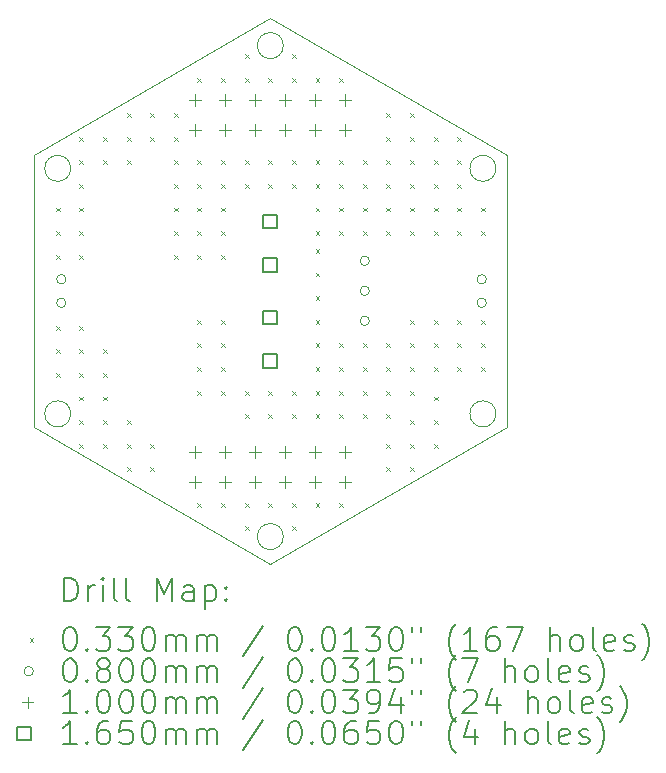
<source format=gbr>
%TF.GenerationSoftware,KiCad,Pcbnew,7.0.5*%
%TF.CreationDate,2023-06-08T00:56:18-04:00*%
%TF.ProjectId,INDICATOR,494e4449-4341-4544-9f52-2e6b69636164,rev?*%
%TF.SameCoordinates,Original*%
%TF.FileFunction,Drillmap*%
%TF.FilePolarity,Positive*%
%FSLAX45Y45*%
G04 Gerber Fmt 4.5, Leading zero omitted, Abs format (unit mm)*
G04 Created by KiCad (PCBNEW 7.0.5) date 2023-06-08 00:56:18*
%MOMM*%
%LPD*%
G01*
G04 APERTURE LIST*
%ADD10C,0.100000*%
%ADD11C,0.200000*%
%ADD12C,0.033020*%
%ADD13C,0.080000*%
%ADD14C,0.165000*%
G04 APERTURE END LIST*
D10*
X13016000Y-8855761D02*
X13016000Y-11165162D01*
X16926000Y-11049692D02*
G75*
G03*
X16926000Y-11049692I-110000J0D01*
G01*
X13016000Y-11165162D02*
X15016000Y-12319862D01*
X16926000Y-8971231D02*
G75*
G03*
X16926000Y-8971231I-110000J0D01*
G01*
X13326000Y-8971231D02*
G75*
G03*
X13326000Y-8971231I-110000J0D01*
G01*
X15016000Y-7701060D02*
X13016000Y-8855761D01*
X17016000Y-8855761D02*
X15016000Y-7701060D01*
X15126000Y-7932000D02*
G75*
G03*
X15126000Y-7932000I-110000J0D01*
G01*
X15126000Y-12088922D02*
G75*
G03*
X15126000Y-12088922I-110000J0D01*
G01*
X17016000Y-11165162D02*
X17016000Y-8855761D01*
X15016000Y-12319862D02*
X17016000Y-11165162D01*
X13326000Y-11049692D02*
G75*
G03*
X13326000Y-11049692I-110000J0D01*
G01*
D11*
D12*
X13199490Y-9303352D02*
X13232510Y-9336372D01*
X13232510Y-9303352D02*
X13199490Y-9336372D01*
X13199490Y-9503352D02*
X13232510Y-9536372D01*
X13232510Y-9503352D02*
X13199490Y-9536372D01*
X13199490Y-9703352D02*
X13232510Y-9736372D01*
X13232510Y-9703352D02*
X13199490Y-9736372D01*
X13199490Y-10303352D02*
X13232510Y-10336372D01*
X13232510Y-10303352D02*
X13199490Y-10336372D01*
X13199490Y-10503352D02*
X13232510Y-10536372D01*
X13232510Y-10503352D02*
X13199490Y-10536372D01*
X13199490Y-10703352D02*
X13232510Y-10736372D01*
X13232510Y-10703352D02*
X13199490Y-10736372D01*
X13399490Y-8703352D02*
X13432510Y-8736372D01*
X13432510Y-8703352D02*
X13399490Y-8736372D01*
X13399490Y-8903352D02*
X13432510Y-8936372D01*
X13432510Y-8903352D02*
X13399490Y-8936372D01*
X13399490Y-9103352D02*
X13432510Y-9136372D01*
X13432510Y-9103352D02*
X13399490Y-9136372D01*
X13399490Y-9303352D02*
X13432510Y-9336372D01*
X13432510Y-9303352D02*
X13399490Y-9336372D01*
X13399490Y-9503352D02*
X13432510Y-9536372D01*
X13432510Y-9503352D02*
X13399490Y-9536372D01*
X13399490Y-9703352D02*
X13432510Y-9736372D01*
X13432510Y-9703352D02*
X13399490Y-9736372D01*
X13399490Y-10303352D02*
X13432510Y-10336372D01*
X13432510Y-10303352D02*
X13399490Y-10336372D01*
X13399490Y-10503352D02*
X13432510Y-10536372D01*
X13432510Y-10503352D02*
X13399490Y-10536372D01*
X13399490Y-10703352D02*
X13432510Y-10736372D01*
X13432510Y-10703352D02*
X13399490Y-10736372D01*
X13399490Y-10903352D02*
X13432510Y-10936372D01*
X13432510Y-10903352D02*
X13399490Y-10936372D01*
X13399490Y-11103352D02*
X13432510Y-11136372D01*
X13432510Y-11103352D02*
X13399490Y-11136372D01*
X13399490Y-11303352D02*
X13432510Y-11336372D01*
X13432510Y-11303352D02*
X13399490Y-11336372D01*
X13599490Y-8703352D02*
X13632510Y-8736372D01*
X13632510Y-8703352D02*
X13599490Y-8736372D01*
X13599490Y-8903352D02*
X13632510Y-8936372D01*
X13632510Y-8903352D02*
X13599490Y-8936372D01*
X13599490Y-10503352D02*
X13632510Y-10536372D01*
X13632510Y-10503352D02*
X13599490Y-10536372D01*
X13599490Y-10703352D02*
X13632510Y-10736372D01*
X13632510Y-10703352D02*
X13599490Y-10736372D01*
X13599490Y-10903352D02*
X13632510Y-10936372D01*
X13632510Y-10903352D02*
X13599490Y-10936372D01*
X13599490Y-11103352D02*
X13632510Y-11136372D01*
X13632510Y-11103352D02*
X13599490Y-11136372D01*
X13599490Y-11303352D02*
X13632510Y-11336372D01*
X13632510Y-11303352D02*
X13599490Y-11336372D01*
X13799490Y-8503352D02*
X13832510Y-8536372D01*
X13832510Y-8503352D02*
X13799490Y-8536372D01*
X13799490Y-8703352D02*
X13832510Y-8736372D01*
X13832510Y-8703352D02*
X13799490Y-8736372D01*
X13799490Y-8903352D02*
X13832510Y-8936372D01*
X13832510Y-8903352D02*
X13799490Y-8936372D01*
X13799490Y-11103352D02*
X13832510Y-11136372D01*
X13832510Y-11103352D02*
X13799490Y-11136372D01*
X13799490Y-11303352D02*
X13832510Y-11336372D01*
X13832510Y-11303352D02*
X13799490Y-11336372D01*
X13799490Y-11503352D02*
X13832510Y-11536372D01*
X13832510Y-11503352D02*
X13799490Y-11536372D01*
X13999490Y-8503352D02*
X14032510Y-8536372D01*
X14032510Y-8503352D02*
X13999490Y-8536372D01*
X13999490Y-8703352D02*
X14032510Y-8736372D01*
X14032510Y-8703352D02*
X13999490Y-8736372D01*
X13999490Y-11303352D02*
X14032510Y-11336372D01*
X14032510Y-11303352D02*
X13999490Y-11336372D01*
X13999490Y-11503352D02*
X14032510Y-11536372D01*
X14032510Y-11503352D02*
X13999490Y-11536372D01*
X14199490Y-8503352D02*
X14232510Y-8536372D01*
X14232510Y-8503352D02*
X14199490Y-8536372D01*
X14199490Y-8703352D02*
X14232510Y-8736372D01*
X14232510Y-8703352D02*
X14199490Y-8736372D01*
X14199490Y-8903352D02*
X14232510Y-8936372D01*
X14232510Y-8903352D02*
X14199490Y-8936372D01*
X14199490Y-9103352D02*
X14232510Y-9136372D01*
X14232510Y-9103352D02*
X14199490Y-9136372D01*
X14199490Y-9303352D02*
X14232510Y-9336372D01*
X14232510Y-9303352D02*
X14199490Y-9336372D01*
X14199490Y-9503352D02*
X14232510Y-9536372D01*
X14232510Y-9503352D02*
X14199490Y-9536372D01*
X14199490Y-9703352D02*
X14232510Y-9736372D01*
X14232510Y-9703352D02*
X14199490Y-9736372D01*
X14399490Y-8203352D02*
X14432510Y-8236372D01*
X14432510Y-8203352D02*
X14399490Y-8236372D01*
X14399490Y-8903352D02*
X14432510Y-8936372D01*
X14432510Y-8903352D02*
X14399490Y-8936372D01*
X14399490Y-9103352D02*
X14432510Y-9136372D01*
X14432510Y-9103352D02*
X14399490Y-9136372D01*
X14399490Y-9303352D02*
X14432510Y-9336372D01*
X14432510Y-9303352D02*
X14399490Y-9336372D01*
X14399490Y-9503352D02*
X14432510Y-9536372D01*
X14432510Y-9503352D02*
X14399490Y-9536372D01*
X14399490Y-9703352D02*
X14432510Y-9736372D01*
X14432510Y-9703352D02*
X14399490Y-9736372D01*
X14399490Y-10253352D02*
X14432510Y-10286372D01*
X14432510Y-10253352D02*
X14399490Y-10286372D01*
X14399490Y-10453352D02*
X14432510Y-10486372D01*
X14432510Y-10453352D02*
X14399490Y-10486372D01*
X14399490Y-10653352D02*
X14432510Y-10686372D01*
X14432510Y-10653352D02*
X14399490Y-10686372D01*
X14399490Y-10853352D02*
X14432510Y-10886372D01*
X14432510Y-10853352D02*
X14399490Y-10886372D01*
X14399490Y-11803352D02*
X14432510Y-11836372D01*
X14432510Y-11803352D02*
X14399490Y-11836372D01*
X14599490Y-8203352D02*
X14632510Y-8236372D01*
X14632510Y-8203352D02*
X14599490Y-8236372D01*
X14599490Y-8903352D02*
X14632510Y-8936372D01*
X14632510Y-8903352D02*
X14599490Y-8936372D01*
X14599490Y-9103352D02*
X14632510Y-9136372D01*
X14632510Y-9103352D02*
X14599490Y-9136372D01*
X14599490Y-9303352D02*
X14632510Y-9336372D01*
X14632510Y-9303352D02*
X14599490Y-9336372D01*
X14599490Y-9503352D02*
X14632510Y-9536372D01*
X14632510Y-9503352D02*
X14599490Y-9536372D01*
X14599490Y-9703352D02*
X14632510Y-9736372D01*
X14632510Y-9703352D02*
X14599490Y-9736372D01*
X14599490Y-10253352D02*
X14632510Y-10286372D01*
X14632510Y-10253352D02*
X14599490Y-10286372D01*
X14599490Y-10453352D02*
X14632510Y-10486372D01*
X14632510Y-10453352D02*
X14599490Y-10486372D01*
X14599490Y-10653352D02*
X14632510Y-10686372D01*
X14632510Y-10653352D02*
X14599490Y-10686372D01*
X14599490Y-10853352D02*
X14632510Y-10886372D01*
X14632510Y-10853352D02*
X14599490Y-10886372D01*
X14599490Y-11803352D02*
X14632510Y-11836372D01*
X14632510Y-11803352D02*
X14599490Y-11836372D01*
X14799490Y-8003352D02*
X14832510Y-8036372D01*
X14832510Y-8003352D02*
X14799490Y-8036372D01*
X14799490Y-8203352D02*
X14832510Y-8236372D01*
X14832510Y-8203352D02*
X14799490Y-8236372D01*
X14799490Y-8903352D02*
X14832510Y-8936372D01*
X14832510Y-8903352D02*
X14799490Y-8936372D01*
X14799490Y-9103352D02*
X14832510Y-9136372D01*
X14832510Y-9103352D02*
X14799490Y-9136372D01*
X14799490Y-10853352D02*
X14832510Y-10886372D01*
X14832510Y-10853352D02*
X14799490Y-10886372D01*
X14799490Y-11053352D02*
X14832510Y-11086372D01*
X14832510Y-11053352D02*
X14799490Y-11086372D01*
X14799490Y-11803352D02*
X14832510Y-11836372D01*
X14832510Y-11803352D02*
X14799490Y-11836372D01*
X14799490Y-12003352D02*
X14832510Y-12036372D01*
X14832510Y-12003352D02*
X14799490Y-12036372D01*
X14999490Y-8203352D02*
X15032510Y-8236372D01*
X15032510Y-8203352D02*
X14999490Y-8236372D01*
X14999490Y-8903352D02*
X15032510Y-8936372D01*
X15032510Y-8903352D02*
X14999490Y-8936372D01*
X14999490Y-9103352D02*
X15032510Y-9136372D01*
X15032510Y-9103352D02*
X14999490Y-9136372D01*
X14999490Y-10853352D02*
X15032510Y-10886372D01*
X15032510Y-10853352D02*
X14999490Y-10886372D01*
X14999490Y-11053352D02*
X15032510Y-11086372D01*
X15032510Y-11053352D02*
X14999490Y-11086372D01*
X14999490Y-11803352D02*
X15032510Y-11836372D01*
X15032510Y-11803352D02*
X14999490Y-11836372D01*
X15199490Y-8003352D02*
X15232510Y-8036372D01*
X15232510Y-8003352D02*
X15199490Y-8036372D01*
X15199490Y-8203352D02*
X15232510Y-8236372D01*
X15232510Y-8203352D02*
X15199490Y-8236372D01*
X15199490Y-8903352D02*
X15232510Y-8936372D01*
X15232510Y-8903352D02*
X15199490Y-8936372D01*
X15199490Y-9103352D02*
X15232510Y-9136372D01*
X15232510Y-9103352D02*
X15199490Y-9136372D01*
X15199490Y-10853352D02*
X15232510Y-10886372D01*
X15232510Y-10853352D02*
X15199490Y-10886372D01*
X15199490Y-11053352D02*
X15232510Y-11086372D01*
X15232510Y-11053352D02*
X15199490Y-11086372D01*
X15199490Y-11803352D02*
X15232510Y-11836372D01*
X15232510Y-11803352D02*
X15199490Y-11836372D01*
X15199490Y-12003352D02*
X15232510Y-12036372D01*
X15232510Y-12003352D02*
X15199490Y-12036372D01*
X15399490Y-8203352D02*
X15432510Y-8236372D01*
X15432510Y-8203352D02*
X15399490Y-8236372D01*
X15399490Y-8903352D02*
X15432510Y-8936372D01*
X15432510Y-8903352D02*
X15399490Y-8936372D01*
X15399490Y-9103352D02*
X15432510Y-9136372D01*
X15432510Y-9103352D02*
X15399490Y-9136372D01*
X15399490Y-9303352D02*
X15432510Y-9336372D01*
X15432510Y-9303352D02*
X15399490Y-9336372D01*
X15399490Y-9503352D02*
X15432510Y-9536372D01*
X15432510Y-9503352D02*
X15399490Y-9536372D01*
X15399490Y-9653352D02*
X15432510Y-9686372D01*
X15432510Y-9653352D02*
X15399490Y-9686372D01*
X15399490Y-9853352D02*
X15432510Y-9886372D01*
X15432510Y-9853352D02*
X15399490Y-9886372D01*
X15399490Y-10053352D02*
X15432510Y-10086372D01*
X15432510Y-10053352D02*
X15399490Y-10086372D01*
X15399490Y-10253352D02*
X15432510Y-10286372D01*
X15432510Y-10253352D02*
X15399490Y-10286372D01*
X15399490Y-10453352D02*
X15432510Y-10486372D01*
X15432510Y-10453352D02*
X15399490Y-10486372D01*
X15399490Y-10653352D02*
X15432510Y-10686372D01*
X15432510Y-10653352D02*
X15399490Y-10686372D01*
X15399490Y-10853352D02*
X15432510Y-10886372D01*
X15432510Y-10853352D02*
X15399490Y-10886372D01*
X15399490Y-11053352D02*
X15432510Y-11086372D01*
X15432510Y-11053352D02*
X15399490Y-11086372D01*
X15399490Y-11803352D02*
X15432510Y-11836372D01*
X15432510Y-11803352D02*
X15399490Y-11836372D01*
X15599490Y-8203352D02*
X15632510Y-8236372D01*
X15632510Y-8203352D02*
X15599490Y-8236372D01*
X15599490Y-8903352D02*
X15632510Y-8936372D01*
X15632510Y-8903352D02*
X15599490Y-8936372D01*
X15599490Y-9103352D02*
X15632510Y-9136372D01*
X15632510Y-9103352D02*
X15599490Y-9136372D01*
X15599490Y-9303352D02*
X15632510Y-9336372D01*
X15632510Y-9303352D02*
X15599490Y-9336372D01*
X15599490Y-9503352D02*
X15632510Y-9536372D01*
X15632510Y-9503352D02*
X15599490Y-9536372D01*
X15599490Y-10453352D02*
X15632510Y-10486372D01*
X15632510Y-10453352D02*
X15599490Y-10486372D01*
X15599490Y-10653352D02*
X15632510Y-10686372D01*
X15632510Y-10653352D02*
X15599490Y-10686372D01*
X15599490Y-10853352D02*
X15632510Y-10886372D01*
X15632510Y-10853352D02*
X15599490Y-10886372D01*
X15599490Y-11053352D02*
X15632510Y-11086372D01*
X15632510Y-11053352D02*
X15599490Y-11086372D01*
X15599490Y-11803352D02*
X15632510Y-11836372D01*
X15632510Y-11803352D02*
X15599490Y-11836372D01*
X15799490Y-8903352D02*
X15832510Y-8936372D01*
X15832510Y-8903352D02*
X15799490Y-8936372D01*
X15799490Y-9103352D02*
X15832510Y-9136372D01*
X15832510Y-9103352D02*
X15799490Y-9136372D01*
X15799490Y-9303352D02*
X15832510Y-9336372D01*
X15832510Y-9303352D02*
X15799490Y-9336372D01*
X15799490Y-9503352D02*
X15832510Y-9536372D01*
X15832510Y-9503352D02*
X15799490Y-9536372D01*
X15799490Y-10453352D02*
X15832510Y-10486372D01*
X15832510Y-10453352D02*
X15799490Y-10486372D01*
X15799490Y-10653352D02*
X15832510Y-10686372D01*
X15832510Y-10653352D02*
X15799490Y-10686372D01*
X15799490Y-10853352D02*
X15832510Y-10886372D01*
X15832510Y-10853352D02*
X15799490Y-10886372D01*
X15799490Y-11053352D02*
X15832510Y-11086372D01*
X15832510Y-11053352D02*
X15799490Y-11086372D01*
X15999490Y-8503352D02*
X16032510Y-8536372D01*
X16032510Y-8503352D02*
X15999490Y-8536372D01*
X15999490Y-8703352D02*
X16032510Y-8736372D01*
X16032510Y-8703352D02*
X15999490Y-8736372D01*
X15999490Y-8903352D02*
X16032510Y-8936372D01*
X16032510Y-8903352D02*
X15999490Y-8936372D01*
X15999490Y-9103352D02*
X16032510Y-9136372D01*
X16032510Y-9103352D02*
X15999490Y-9136372D01*
X15999490Y-9303352D02*
X16032510Y-9336372D01*
X16032510Y-9303352D02*
X15999490Y-9336372D01*
X15999490Y-9503352D02*
X16032510Y-9536372D01*
X16032510Y-9503352D02*
X15999490Y-9536372D01*
X15999490Y-10453352D02*
X16032510Y-10486372D01*
X16032510Y-10453352D02*
X15999490Y-10486372D01*
X15999490Y-10653352D02*
X16032510Y-10686372D01*
X16032510Y-10653352D02*
X15999490Y-10686372D01*
X15999490Y-10853352D02*
X16032510Y-10886372D01*
X16032510Y-10853352D02*
X15999490Y-10886372D01*
X15999490Y-11053352D02*
X16032510Y-11086372D01*
X16032510Y-11053352D02*
X15999490Y-11086372D01*
X15999490Y-11303352D02*
X16032510Y-11336372D01*
X16032510Y-11303352D02*
X15999490Y-11336372D01*
X15999490Y-11503352D02*
X16032510Y-11536372D01*
X16032510Y-11503352D02*
X15999490Y-11536372D01*
X16199490Y-8503352D02*
X16232510Y-8536372D01*
X16232510Y-8503352D02*
X16199490Y-8536372D01*
X16199490Y-8703352D02*
X16232510Y-8736372D01*
X16232510Y-8703352D02*
X16199490Y-8736372D01*
X16199490Y-8903352D02*
X16232510Y-8936372D01*
X16232510Y-8903352D02*
X16199490Y-8936372D01*
X16199490Y-9103352D02*
X16232510Y-9136372D01*
X16232510Y-9103352D02*
X16199490Y-9136372D01*
X16199490Y-9303352D02*
X16232510Y-9336372D01*
X16232510Y-9303352D02*
X16199490Y-9336372D01*
X16199490Y-9503352D02*
X16232510Y-9536372D01*
X16232510Y-9503352D02*
X16199490Y-9536372D01*
X16199490Y-10253352D02*
X16232510Y-10286372D01*
X16232510Y-10253352D02*
X16199490Y-10286372D01*
X16199490Y-10453352D02*
X16232510Y-10486372D01*
X16232510Y-10453352D02*
X16199490Y-10486372D01*
X16199490Y-10653352D02*
X16232510Y-10686372D01*
X16232510Y-10653352D02*
X16199490Y-10686372D01*
X16199490Y-10853352D02*
X16232510Y-10886372D01*
X16232510Y-10853352D02*
X16199490Y-10886372D01*
X16199490Y-11103352D02*
X16232510Y-11136372D01*
X16232510Y-11103352D02*
X16199490Y-11136372D01*
X16199490Y-11303352D02*
X16232510Y-11336372D01*
X16232510Y-11303352D02*
X16199490Y-11336372D01*
X16199490Y-11503352D02*
X16232510Y-11536372D01*
X16232510Y-11503352D02*
X16199490Y-11536372D01*
X16399490Y-8703352D02*
X16432510Y-8736372D01*
X16432510Y-8703352D02*
X16399490Y-8736372D01*
X16399490Y-8903352D02*
X16432510Y-8936372D01*
X16432510Y-8903352D02*
X16399490Y-8936372D01*
X16399490Y-9103352D02*
X16432510Y-9136372D01*
X16432510Y-9103352D02*
X16399490Y-9136372D01*
X16399490Y-9303352D02*
X16432510Y-9336372D01*
X16432510Y-9303352D02*
X16399490Y-9336372D01*
X16399490Y-9503352D02*
X16432510Y-9536372D01*
X16432510Y-9503352D02*
X16399490Y-9536372D01*
X16399490Y-10253352D02*
X16432510Y-10286372D01*
X16432510Y-10253352D02*
X16399490Y-10286372D01*
X16399490Y-10453352D02*
X16432510Y-10486372D01*
X16432510Y-10453352D02*
X16399490Y-10486372D01*
X16399490Y-10653352D02*
X16432510Y-10686372D01*
X16432510Y-10653352D02*
X16399490Y-10686372D01*
X16399490Y-10903352D02*
X16432510Y-10936372D01*
X16432510Y-10903352D02*
X16399490Y-10936372D01*
X16399490Y-11103352D02*
X16432510Y-11136372D01*
X16432510Y-11103352D02*
X16399490Y-11136372D01*
X16399490Y-11303352D02*
X16432510Y-11336372D01*
X16432510Y-11303352D02*
X16399490Y-11336372D01*
X16599490Y-8703352D02*
X16632510Y-8736372D01*
X16632510Y-8703352D02*
X16599490Y-8736372D01*
X16599490Y-8903352D02*
X16632510Y-8936372D01*
X16632510Y-8903352D02*
X16599490Y-8936372D01*
X16599490Y-9103352D02*
X16632510Y-9136372D01*
X16632510Y-9103352D02*
X16599490Y-9136372D01*
X16599490Y-9303352D02*
X16632510Y-9336372D01*
X16632510Y-9303352D02*
X16599490Y-9336372D01*
X16599490Y-9503352D02*
X16632510Y-9536372D01*
X16632510Y-9503352D02*
X16599490Y-9536372D01*
X16599490Y-10253352D02*
X16632510Y-10286372D01*
X16632510Y-10253352D02*
X16599490Y-10286372D01*
X16599490Y-10453352D02*
X16632510Y-10486372D01*
X16632510Y-10453352D02*
X16599490Y-10486372D01*
X16599490Y-10653352D02*
X16632510Y-10686372D01*
X16632510Y-10653352D02*
X16599490Y-10686372D01*
X16799490Y-9303352D02*
X16832510Y-9336372D01*
X16832510Y-9303352D02*
X16799490Y-9336372D01*
X16799490Y-9503352D02*
X16832510Y-9536372D01*
X16832510Y-9503352D02*
X16799490Y-9536372D01*
X16799490Y-10253352D02*
X16832510Y-10286372D01*
X16832510Y-10253352D02*
X16799490Y-10286372D01*
X16799490Y-10453352D02*
X16832510Y-10486372D01*
X16832510Y-10453352D02*
X16799490Y-10486372D01*
X16799490Y-10653352D02*
X16832510Y-10686372D01*
X16832510Y-10653352D02*
X16799490Y-10686372D01*
D13*
X13286000Y-9909862D02*
G75*
G03*
X13286000Y-9909862I-40000J0D01*
G01*
X13286000Y-10109862D02*
G75*
G03*
X13286000Y-10109862I-40000J0D01*
G01*
X15856000Y-9754362D02*
G75*
G03*
X15856000Y-9754362I-40000J0D01*
G01*
X15856000Y-10008362D02*
G75*
G03*
X15856000Y-10008362I-40000J0D01*
G01*
X15856000Y-10262362D02*
G75*
G03*
X15856000Y-10262362I-40000J0D01*
G01*
X16846000Y-9910461D02*
G75*
G03*
X16846000Y-9910461I-40000J0D01*
G01*
X16846000Y-10110461D02*
G75*
G03*
X16846000Y-10110461I-40000J0D01*
G01*
D10*
X14381000Y-8342560D02*
X14381000Y-8442560D01*
X14331000Y-8392560D02*
X14431000Y-8392560D01*
X14381000Y-8596560D02*
X14381000Y-8696560D01*
X14331000Y-8646560D02*
X14431000Y-8646560D01*
X14381000Y-11324362D02*
X14381000Y-11424362D01*
X14331000Y-11374362D02*
X14431000Y-11374362D01*
X14381000Y-11578362D02*
X14381000Y-11678362D01*
X14331000Y-11628362D02*
X14431000Y-11628362D01*
X14635000Y-8342560D02*
X14635000Y-8442560D01*
X14585000Y-8392560D02*
X14685000Y-8392560D01*
X14635000Y-8596560D02*
X14635000Y-8696560D01*
X14585000Y-8646560D02*
X14685000Y-8646560D01*
X14635000Y-11324362D02*
X14635000Y-11424362D01*
X14585000Y-11374362D02*
X14685000Y-11374362D01*
X14635000Y-11578362D02*
X14635000Y-11678362D01*
X14585000Y-11628362D02*
X14685000Y-11628362D01*
X14889000Y-8342560D02*
X14889000Y-8442560D01*
X14839000Y-8392560D02*
X14939000Y-8392560D01*
X14889000Y-8596560D02*
X14889000Y-8696560D01*
X14839000Y-8646560D02*
X14939000Y-8646560D01*
X14889000Y-11324362D02*
X14889000Y-11424362D01*
X14839000Y-11374362D02*
X14939000Y-11374362D01*
X14889000Y-11578362D02*
X14889000Y-11678362D01*
X14839000Y-11628362D02*
X14939000Y-11628362D01*
X15143000Y-8342560D02*
X15143000Y-8442560D01*
X15093000Y-8392560D02*
X15193000Y-8392560D01*
X15143000Y-8596560D02*
X15143000Y-8696560D01*
X15093000Y-8646560D02*
X15193000Y-8646560D01*
X15143000Y-11324362D02*
X15143000Y-11424362D01*
X15093000Y-11374362D02*
X15193000Y-11374362D01*
X15143000Y-11578362D02*
X15143000Y-11678362D01*
X15093000Y-11628362D02*
X15193000Y-11628362D01*
X15397000Y-8342560D02*
X15397000Y-8442560D01*
X15347000Y-8392560D02*
X15447000Y-8392560D01*
X15397000Y-8596560D02*
X15397000Y-8696560D01*
X15347000Y-8646560D02*
X15447000Y-8646560D01*
X15397000Y-11324362D02*
X15397000Y-11424362D01*
X15347000Y-11374362D02*
X15447000Y-11374362D01*
X15397000Y-11578362D02*
X15397000Y-11678362D01*
X15347000Y-11628362D02*
X15447000Y-11628362D01*
X15651000Y-8342560D02*
X15651000Y-8442560D01*
X15601000Y-8392560D02*
X15701000Y-8392560D01*
X15651000Y-8596560D02*
X15651000Y-8696560D01*
X15601000Y-8646560D02*
X15701000Y-8646560D01*
X15651000Y-11324362D02*
X15651000Y-11424362D01*
X15601000Y-11374362D02*
X15701000Y-11374362D01*
X15651000Y-11578362D02*
X15651000Y-11678362D01*
X15601000Y-11628362D02*
X15701000Y-11628362D01*
D14*
X15074337Y-9478699D02*
X15074337Y-9362025D01*
X14957663Y-9362025D01*
X14957663Y-9478699D01*
X15074337Y-9478699D01*
X15074337Y-9844699D02*
X15074337Y-9728025D01*
X14957663Y-9728025D01*
X14957663Y-9844699D01*
X15074337Y-9844699D01*
X15074337Y-10291699D02*
X15074337Y-10175025D01*
X14957663Y-10175025D01*
X14957663Y-10291699D01*
X15074337Y-10291699D01*
X15074337Y-10657699D02*
X15074337Y-10541025D01*
X14957663Y-10541025D01*
X14957663Y-10657699D01*
X15074337Y-10657699D01*
D11*
X13271777Y-12636346D02*
X13271777Y-12436346D01*
X13271777Y-12436346D02*
X13319396Y-12436346D01*
X13319396Y-12436346D02*
X13347967Y-12445870D01*
X13347967Y-12445870D02*
X13367015Y-12464917D01*
X13367015Y-12464917D02*
X13376539Y-12483965D01*
X13376539Y-12483965D02*
X13386062Y-12522060D01*
X13386062Y-12522060D02*
X13386062Y-12550632D01*
X13386062Y-12550632D02*
X13376539Y-12588727D01*
X13376539Y-12588727D02*
X13367015Y-12607774D01*
X13367015Y-12607774D02*
X13347967Y-12626822D01*
X13347967Y-12626822D02*
X13319396Y-12636346D01*
X13319396Y-12636346D02*
X13271777Y-12636346D01*
X13471777Y-12636346D02*
X13471777Y-12503012D01*
X13471777Y-12541108D02*
X13481301Y-12522060D01*
X13481301Y-12522060D02*
X13490824Y-12512536D01*
X13490824Y-12512536D02*
X13509872Y-12503012D01*
X13509872Y-12503012D02*
X13528920Y-12503012D01*
X13595586Y-12636346D02*
X13595586Y-12503012D01*
X13595586Y-12436346D02*
X13586062Y-12445870D01*
X13586062Y-12445870D02*
X13595586Y-12455393D01*
X13595586Y-12455393D02*
X13605110Y-12445870D01*
X13605110Y-12445870D02*
X13595586Y-12436346D01*
X13595586Y-12436346D02*
X13595586Y-12455393D01*
X13719396Y-12636346D02*
X13700348Y-12626822D01*
X13700348Y-12626822D02*
X13690824Y-12607774D01*
X13690824Y-12607774D02*
X13690824Y-12436346D01*
X13824158Y-12636346D02*
X13805110Y-12626822D01*
X13805110Y-12626822D02*
X13795586Y-12607774D01*
X13795586Y-12607774D02*
X13795586Y-12436346D01*
X14052729Y-12636346D02*
X14052729Y-12436346D01*
X14052729Y-12436346D02*
X14119396Y-12579203D01*
X14119396Y-12579203D02*
X14186062Y-12436346D01*
X14186062Y-12436346D02*
X14186062Y-12636346D01*
X14367015Y-12636346D02*
X14367015Y-12531584D01*
X14367015Y-12531584D02*
X14357491Y-12512536D01*
X14357491Y-12512536D02*
X14338443Y-12503012D01*
X14338443Y-12503012D02*
X14300348Y-12503012D01*
X14300348Y-12503012D02*
X14281301Y-12512536D01*
X14367015Y-12626822D02*
X14347967Y-12636346D01*
X14347967Y-12636346D02*
X14300348Y-12636346D01*
X14300348Y-12636346D02*
X14281301Y-12626822D01*
X14281301Y-12626822D02*
X14271777Y-12607774D01*
X14271777Y-12607774D02*
X14271777Y-12588727D01*
X14271777Y-12588727D02*
X14281301Y-12569679D01*
X14281301Y-12569679D02*
X14300348Y-12560155D01*
X14300348Y-12560155D02*
X14347967Y-12560155D01*
X14347967Y-12560155D02*
X14367015Y-12550632D01*
X14462253Y-12503012D02*
X14462253Y-12703012D01*
X14462253Y-12512536D02*
X14481301Y-12503012D01*
X14481301Y-12503012D02*
X14519396Y-12503012D01*
X14519396Y-12503012D02*
X14538443Y-12512536D01*
X14538443Y-12512536D02*
X14547967Y-12522060D01*
X14547967Y-12522060D02*
X14557491Y-12541108D01*
X14557491Y-12541108D02*
X14557491Y-12598251D01*
X14557491Y-12598251D02*
X14547967Y-12617298D01*
X14547967Y-12617298D02*
X14538443Y-12626822D01*
X14538443Y-12626822D02*
X14519396Y-12636346D01*
X14519396Y-12636346D02*
X14481301Y-12636346D01*
X14481301Y-12636346D02*
X14462253Y-12626822D01*
X14643205Y-12617298D02*
X14652729Y-12626822D01*
X14652729Y-12626822D02*
X14643205Y-12636346D01*
X14643205Y-12636346D02*
X14633682Y-12626822D01*
X14633682Y-12626822D02*
X14643205Y-12617298D01*
X14643205Y-12617298D02*
X14643205Y-12636346D01*
X14643205Y-12512536D02*
X14652729Y-12522060D01*
X14652729Y-12522060D02*
X14643205Y-12531584D01*
X14643205Y-12531584D02*
X14633682Y-12522060D01*
X14633682Y-12522060D02*
X14643205Y-12512536D01*
X14643205Y-12512536D02*
X14643205Y-12531584D01*
D12*
X12977980Y-12948352D02*
X13011000Y-12981372D01*
X13011000Y-12948352D02*
X12977980Y-12981372D01*
D11*
X13309872Y-12856346D02*
X13328920Y-12856346D01*
X13328920Y-12856346D02*
X13347967Y-12865870D01*
X13347967Y-12865870D02*
X13357491Y-12875393D01*
X13357491Y-12875393D02*
X13367015Y-12894441D01*
X13367015Y-12894441D02*
X13376539Y-12932536D01*
X13376539Y-12932536D02*
X13376539Y-12980155D01*
X13376539Y-12980155D02*
X13367015Y-13018251D01*
X13367015Y-13018251D02*
X13357491Y-13037298D01*
X13357491Y-13037298D02*
X13347967Y-13046822D01*
X13347967Y-13046822D02*
X13328920Y-13056346D01*
X13328920Y-13056346D02*
X13309872Y-13056346D01*
X13309872Y-13056346D02*
X13290824Y-13046822D01*
X13290824Y-13046822D02*
X13281301Y-13037298D01*
X13281301Y-13037298D02*
X13271777Y-13018251D01*
X13271777Y-13018251D02*
X13262253Y-12980155D01*
X13262253Y-12980155D02*
X13262253Y-12932536D01*
X13262253Y-12932536D02*
X13271777Y-12894441D01*
X13271777Y-12894441D02*
X13281301Y-12875393D01*
X13281301Y-12875393D02*
X13290824Y-12865870D01*
X13290824Y-12865870D02*
X13309872Y-12856346D01*
X13462253Y-13037298D02*
X13471777Y-13046822D01*
X13471777Y-13046822D02*
X13462253Y-13056346D01*
X13462253Y-13056346D02*
X13452729Y-13046822D01*
X13452729Y-13046822D02*
X13462253Y-13037298D01*
X13462253Y-13037298D02*
X13462253Y-13056346D01*
X13538443Y-12856346D02*
X13662253Y-12856346D01*
X13662253Y-12856346D02*
X13595586Y-12932536D01*
X13595586Y-12932536D02*
X13624158Y-12932536D01*
X13624158Y-12932536D02*
X13643205Y-12942060D01*
X13643205Y-12942060D02*
X13652729Y-12951584D01*
X13652729Y-12951584D02*
X13662253Y-12970632D01*
X13662253Y-12970632D02*
X13662253Y-13018251D01*
X13662253Y-13018251D02*
X13652729Y-13037298D01*
X13652729Y-13037298D02*
X13643205Y-13046822D01*
X13643205Y-13046822D02*
X13624158Y-13056346D01*
X13624158Y-13056346D02*
X13567015Y-13056346D01*
X13567015Y-13056346D02*
X13547967Y-13046822D01*
X13547967Y-13046822D02*
X13538443Y-13037298D01*
X13728920Y-12856346D02*
X13852729Y-12856346D01*
X13852729Y-12856346D02*
X13786062Y-12932536D01*
X13786062Y-12932536D02*
X13814634Y-12932536D01*
X13814634Y-12932536D02*
X13833682Y-12942060D01*
X13833682Y-12942060D02*
X13843205Y-12951584D01*
X13843205Y-12951584D02*
X13852729Y-12970632D01*
X13852729Y-12970632D02*
X13852729Y-13018251D01*
X13852729Y-13018251D02*
X13843205Y-13037298D01*
X13843205Y-13037298D02*
X13833682Y-13046822D01*
X13833682Y-13046822D02*
X13814634Y-13056346D01*
X13814634Y-13056346D02*
X13757491Y-13056346D01*
X13757491Y-13056346D02*
X13738443Y-13046822D01*
X13738443Y-13046822D02*
X13728920Y-13037298D01*
X13976539Y-12856346D02*
X13995586Y-12856346D01*
X13995586Y-12856346D02*
X14014634Y-12865870D01*
X14014634Y-12865870D02*
X14024158Y-12875393D01*
X14024158Y-12875393D02*
X14033682Y-12894441D01*
X14033682Y-12894441D02*
X14043205Y-12932536D01*
X14043205Y-12932536D02*
X14043205Y-12980155D01*
X14043205Y-12980155D02*
X14033682Y-13018251D01*
X14033682Y-13018251D02*
X14024158Y-13037298D01*
X14024158Y-13037298D02*
X14014634Y-13046822D01*
X14014634Y-13046822D02*
X13995586Y-13056346D01*
X13995586Y-13056346D02*
X13976539Y-13056346D01*
X13976539Y-13056346D02*
X13957491Y-13046822D01*
X13957491Y-13046822D02*
X13947967Y-13037298D01*
X13947967Y-13037298D02*
X13938443Y-13018251D01*
X13938443Y-13018251D02*
X13928920Y-12980155D01*
X13928920Y-12980155D02*
X13928920Y-12932536D01*
X13928920Y-12932536D02*
X13938443Y-12894441D01*
X13938443Y-12894441D02*
X13947967Y-12875393D01*
X13947967Y-12875393D02*
X13957491Y-12865870D01*
X13957491Y-12865870D02*
X13976539Y-12856346D01*
X14128920Y-13056346D02*
X14128920Y-12923012D01*
X14128920Y-12942060D02*
X14138443Y-12932536D01*
X14138443Y-12932536D02*
X14157491Y-12923012D01*
X14157491Y-12923012D02*
X14186063Y-12923012D01*
X14186063Y-12923012D02*
X14205110Y-12932536D01*
X14205110Y-12932536D02*
X14214634Y-12951584D01*
X14214634Y-12951584D02*
X14214634Y-13056346D01*
X14214634Y-12951584D02*
X14224158Y-12932536D01*
X14224158Y-12932536D02*
X14243205Y-12923012D01*
X14243205Y-12923012D02*
X14271777Y-12923012D01*
X14271777Y-12923012D02*
X14290824Y-12932536D01*
X14290824Y-12932536D02*
X14300348Y-12951584D01*
X14300348Y-12951584D02*
X14300348Y-13056346D01*
X14395586Y-13056346D02*
X14395586Y-12923012D01*
X14395586Y-12942060D02*
X14405110Y-12932536D01*
X14405110Y-12932536D02*
X14424158Y-12923012D01*
X14424158Y-12923012D02*
X14452729Y-12923012D01*
X14452729Y-12923012D02*
X14471777Y-12932536D01*
X14471777Y-12932536D02*
X14481301Y-12951584D01*
X14481301Y-12951584D02*
X14481301Y-13056346D01*
X14481301Y-12951584D02*
X14490824Y-12932536D01*
X14490824Y-12932536D02*
X14509872Y-12923012D01*
X14509872Y-12923012D02*
X14538443Y-12923012D01*
X14538443Y-12923012D02*
X14557491Y-12932536D01*
X14557491Y-12932536D02*
X14567015Y-12951584D01*
X14567015Y-12951584D02*
X14567015Y-13056346D01*
X14957491Y-12846822D02*
X14786063Y-13103965D01*
X15214634Y-12856346D02*
X15233682Y-12856346D01*
X15233682Y-12856346D02*
X15252729Y-12865870D01*
X15252729Y-12865870D02*
X15262253Y-12875393D01*
X15262253Y-12875393D02*
X15271777Y-12894441D01*
X15271777Y-12894441D02*
X15281301Y-12932536D01*
X15281301Y-12932536D02*
X15281301Y-12980155D01*
X15281301Y-12980155D02*
X15271777Y-13018251D01*
X15271777Y-13018251D02*
X15262253Y-13037298D01*
X15262253Y-13037298D02*
X15252729Y-13046822D01*
X15252729Y-13046822D02*
X15233682Y-13056346D01*
X15233682Y-13056346D02*
X15214634Y-13056346D01*
X15214634Y-13056346D02*
X15195586Y-13046822D01*
X15195586Y-13046822D02*
X15186063Y-13037298D01*
X15186063Y-13037298D02*
X15176539Y-13018251D01*
X15176539Y-13018251D02*
X15167015Y-12980155D01*
X15167015Y-12980155D02*
X15167015Y-12932536D01*
X15167015Y-12932536D02*
X15176539Y-12894441D01*
X15176539Y-12894441D02*
X15186063Y-12875393D01*
X15186063Y-12875393D02*
X15195586Y-12865870D01*
X15195586Y-12865870D02*
X15214634Y-12856346D01*
X15367015Y-13037298D02*
X15376539Y-13046822D01*
X15376539Y-13046822D02*
X15367015Y-13056346D01*
X15367015Y-13056346D02*
X15357491Y-13046822D01*
X15357491Y-13046822D02*
X15367015Y-13037298D01*
X15367015Y-13037298D02*
X15367015Y-13056346D01*
X15500348Y-12856346D02*
X15519396Y-12856346D01*
X15519396Y-12856346D02*
X15538444Y-12865870D01*
X15538444Y-12865870D02*
X15547967Y-12875393D01*
X15547967Y-12875393D02*
X15557491Y-12894441D01*
X15557491Y-12894441D02*
X15567015Y-12932536D01*
X15567015Y-12932536D02*
X15567015Y-12980155D01*
X15567015Y-12980155D02*
X15557491Y-13018251D01*
X15557491Y-13018251D02*
X15547967Y-13037298D01*
X15547967Y-13037298D02*
X15538444Y-13046822D01*
X15538444Y-13046822D02*
X15519396Y-13056346D01*
X15519396Y-13056346D02*
X15500348Y-13056346D01*
X15500348Y-13056346D02*
X15481301Y-13046822D01*
X15481301Y-13046822D02*
X15471777Y-13037298D01*
X15471777Y-13037298D02*
X15462253Y-13018251D01*
X15462253Y-13018251D02*
X15452729Y-12980155D01*
X15452729Y-12980155D02*
X15452729Y-12932536D01*
X15452729Y-12932536D02*
X15462253Y-12894441D01*
X15462253Y-12894441D02*
X15471777Y-12875393D01*
X15471777Y-12875393D02*
X15481301Y-12865870D01*
X15481301Y-12865870D02*
X15500348Y-12856346D01*
X15757491Y-13056346D02*
X15643206Y-13056346D01*
X15700348Y-13056346D02*
X15700348Y-12856346D01*
X15700348Y-12856346D02*
X15681301Y-12884917D01*
X15681301Y-12884917D02*
X15662253Y-12903965D01*
X15662253Y-12903965D02*
X15643206Y-12913489D01*
X15824158Y-12856346D02*
X15947967Y-12856346D01*
X15947967Y-12856346D02*
X15881301Y-12932536D01*
X15881301Y-12932536D02*
X15909872Y-12932536D01*
X15909872Y-12932536D02*
X15928920Y-12942060D01*
X15928920Y-12942060D02*
X15938444Y-12951584D01*
X15938444Y-12951584D02*
X15947967Y-12970632D01*
X15947967Y-12970632D02*
X15947967Y-13018251D01*
X15947967Y-13018251D02*
X15938444Y-13037298D01*
X15938444Y-13037298D02*
X15928920Y-13046822D01*
X15928920Y-13046822D02*
X15909872Y-13056346D01*
X15909872Y-13056346D02*
X15852729Y-13056346D01*
X15852729Y-13056346D02*
X15833682Y-13046822D01*
X15833682Y-13046822D02*
X15824158Y-13037298D01*
X16071777Y-12856346D02*
X16090825Y-12856346D01*
X16090825Y-12856346D02*
X16109872Y-12865870D01*
X16109872Y-12865870D02*
X16119396Y-12875393D01*
X16119396Y-12875393D02*
X16128920Y-12894441D01*
X16128920Y-12894441D02*
X16138444Y-12932536D01*
X16138444Y-12932536D02*
X16138444Y-12980155D01*
X16138444Y-12980155D02*
X16128920Y-13018251D01*
X16128920Y-13018251D02*
X16119396Y-13037298D01*
X16119396Y-13037298D02*
X16109872Y-13046822D01*
X16109872Y-13046822D02*
X16090825Y-13056346D01*
X16090825Y-13056346D02*
X16071777Y-13056346D01*
X16071777Y-13056346D02*
X16052729Y-13046822D01*
X16052729Y-13046822D02*
X16043206Y-13037298D01*
X16043206Y-13037298D02*
X16033682Y-13018251D01*
X16033682Y-13018251D02*
X16024158Y-12980155D01*
X16024158Y-12980155D02*
X16024158Y-12932536D01*
X16024158Y-12932536D02*
X16033682Y-12894441D01*
X16033682Y-12894441D02*
X16043206Y-12875393D01*
X16043206Y-12875393D02*
X16052729Y-12865870D01*
X16052729Y-12865870D02*
X16071777Y-12856346D01*
X16214634Y-12856346D02*
X16214634Y-12894441D01*
X16290825Y-12856346D02*
X16290825Y-12894441D01*
X16586063Y-13132536D02*
X16576539Y-13123012D01*
X16576539Y-13123012D02*
X16557491Y-13094441D01*
X16557491Y-13094441D02*
X16547968Y-13075393D01*
X16547968Y-13075393D02*
X16538444Y-13046822D01*
X16538444Y-13046822D02*
X16528920Y-12999203D01*
X16528920Y-12999203D02*
X16528920Y-12961108D01*
X16528920Y-12961108D02*
X16538444Y-12913489D01*
X16538444Y-12913489D02*
X16547968Y-12884917D01*
X16547968Y-12884917D02*
X16557491Y-12865870D01*
X16557491Y-12865870D02*
X16576539Y-12837298D01*
X16576539Y-12837298D02*
X16586063Y-12827774D01*
X16767015Y-13056346D02*
X16652729Y-13056346D01*
X16709872Y-13056346D02*
X16709872Y-12856346D01*
X16709872Y-12856346D02*
X16690825Y-12884917D01*
X16690825Y-12884917D02*
X16671777Y-12903965D01*
X16671777Y-12903965D02*
X16652729Y-12913489D01*
X16938444Y-12856346D02*
X16900349Y-12856346D01*
X16900349Y-12856346D02*
X16881301Y-12865870D01*
X16881301Y-12865870D02*
X16871777Y-12875393D01*
X16871777Y-12875393D02*
X16852730Y-12903965D01*
X16852730Y-12903965D02*
X16843206Y-12942060D01*
X16843206Y-12942060D02*
X16843206Y-13018251D01*
X16843206Y-13018251D02*
X16852730Y-13037298D01*
X16852730Y-13037298D02*
X16862253Y-13046822D01*
X16862253Y-13046822D02*
X16881301Y-13056346D01*
X16881301Y-13056346D02*
X16919396Y-13056346D01*
X16919396Y-13056346D02*
X16938444Y-13046822D01*
X16938444Y-13046822D02*
X16947968Y-13037298D01*
X16947968Y-13037298D02*
X16957491Y-13018251D01*
X16957491Y-13018251D02*
X16957491Y-12970632D01*
X16957491Y-12970632D02*
X16947968Y-12951584D01*
X16947968Y-12951584D02*
X16938444Y-12942060D01*
X16938444Y-12942060D02*
X16919396Y-12932536D01*
X16919396Y-12932536D02*
X16881301Y-12932536D01*
X16881301Y-12932536D02*
X16862253Y-12942060D01*
X16862253Y-12942060D02*
X16852730Y-12951584D01*
X16852730Y-12951584D02*
X16843206Y-12970632D01*
X17024158Y-12856346D02*
X17157491Y-12856346D01*
X17157491Y-12856346D02*
X17071777Y-13056346D01*
X17386063Y-13056346D02*
X17386063Y-12856346D01*
X17471777Y-13056346D02*
X17471777Y-12951584D01*
X17471777Y-12951584D02*
X17462253Y-12932536D01*
X17462253Y-12932536D02*
X17443206Y-12923012D01*
X17443206Y-12923012D02*
X17414634Y-12923012D01*
X17414634Y-12923012D02*
X17395587Y-12932536D01*
X17395587Y-12932536D02*
X17386063Y-12942060D01*
X17595587Y-13056346D02*
X17576539Y-13046822D01*
X17576539Y-13046822D02*
X17567015Y-13037298D01*
X17567015Y-13037298D02*
X17557492Y-13018251D01*
X17557492Y-13018251D02*
X17557492Y-12961108D01*
X17557492Y-12961108D02*
X17567015Y-12942060D01*
X17567015Y-12942060D02*
X17576539Y-12932536D01*
X17576539Y-12932536D02*
X17595587Y-12923012D01*
X17595587Y-12923012D02*
X17624158Y-12923012D01*
X17624158Y-12923012D02*
X17643206Y-12932536D01*
X17643206Y-12932536D02*
X17652730Y-12942060D01*
X17652730Y-12942060D02*
X17662253Y-12961108D01*
X17662253Y-12961108D02*
X17662253Y-13018251D01*
X17662253Y-13018251D02*
X17652730Y-13037298D01*
X17652730Y-13037298D02*
X17643206Y-13046822D01*
X17643206Y-13046822D02*
X17624158Y-13056346D01*
X17624158Y-13056346D02*
X17595587Y-13056346D01*
X17776539Y-13056346D02*
X17757492Y-13046822D01*
X17757492Y-13046822D02*
X17747968Y-13027774D01*
X17747968Y-13027774D02*
X17747968Y-12856346D01*
X17928920Y-13046822D02*
X17909873Y-13056346D01*
X17909873Y-13056346D02*
X17871777Y-13056346D01*
X17871777Y-13056346D02*
X17852730Y-13046822D01*
X17852730Y-13046822D02*
X17843206Y-13027774D01*
X17843206Y-13027774D02*
X17843206Y-12951584D01*
X17843206Y-12951584D02*
X17852730Y-12932536D01*
X17852730Y-12932536D02*
X17871777Y-12923012D01*
X17871777Y-12923012D02*
X17909873Y-12923012D01*
X17909873Y-12923012D02*
X17928920Y-12932536D01*
X17928920Y-12932536D02*
X17938444Y-12951584D01*
X17938444Y-12951584D02*
X17938444Y-12970632D01*
X17938444Y-12970632D02*
X17843206Y-12989679D01*
X18014634Y-13046822D02*
X18033682Y-13056346D01*
X18033682Y-13056346D02*
X18071777Y-13056346D01*
X18071777Y-13056346D02*
X18090825Y-13046822D01*
X18090825Y-13046822D02*
X18100349Y-13027774D01*
X18100349Y-13027774D02*
X18100349Y-13018251D01*
X18100349Y-13018251D02*
X18090825Y-12999203D01*
X18090825Y-12999203D02*
X18071777Y-12989679D01*
X18071777Y-12989679D02*
X18043206Y-12989679D01*
X18043206Y-12989679D02*
X18024158Y-12980155D01*
X18024158Y-12980155D02*
X18014634Y-12961108D01*
X18014634Y-12961108D02*
X18014634Y-12951584D01*
X18014634Y-12951584D02*
X18024158Y-12932536D01*
X18024158Y-12932536D02*
X18043206Y-12923012D01*
X18043206Y-12923012D02*
X18071777Y-12923012D01*
X18071777Y-12923012D02*
X18090825Y-12932536D01*
X18167015Y-13132536D02*
X18176539Y-13123012D01*
X18176539Y-13123012D02*
X18195587Y-13094441D01*
X18195587Y-13094441D02*
X18205111Y-13075393D01*
X18205111Y-13075393D02*
X18214634Y-13046822D01*
X18214634Y-13046822D02*
X18224158Y-12999203D01*
X18224158Y-12999203D02*
X18224158Y-12961108D01*
X18224158Y-12961108D02*
X18214634Y-12913489D01*
X18214634Y-12913489D02*
X18205111Y-12884917D01*
X18205111Y-12884917D02*
X18195587Y-12865870D01*
X18195587Y-12865870D02*
X18176539Y-12837298D01*
X18176539Y-12837298D02*
X18167015Y-12827774D01*
D13*
X13011000Y-13228862D02*
G75*
G03*
X13011000Y-13228862I-40000J0D01*
G01*
D11*
X13309872Y-13120346D02*
X13328920Y-13120346D01*
X13328920Y-13120346D02*
X13347967Y-13129870D01*
X13347967Y-13129870D02*
X13357491Y-13139393D01*
X13357491Y-13139393D02*
X13367015Y-13158441D01*
X13367015Y-13158441D02*
X13376539Y-13196536D01*
X13376539Y-13196536D02*
X13376539Y-13244155D01*
X13376539Y-13244155D02*
X13367015Y-13282251D01*
X13367015Y-13282251D02*
X13357491Y-13301298D01*
X13357491Y-13301298D02*
X13347967Y-13310822D01*
X13347967Y-13310822D02*
X13328920Y-13320346D01*
X13328920Y-13320346D02*
X13309872Y-13320346D01*
X13309872Y-13320346D02*
X13290824Y-13310822D01*
X13290824Y-13310822D02*
X13281301Y-13301298D01*
X13281301Y-13301298D02*
X13271777Y-13282251D01*
X13271777Y-13282251D02*
X13262253Y-13244155D01*
X13262253Y-13244155D02*
X13262253Y-13196536D01*
X13262253Y-13196536D02*
X13271777Y-13158441D01*
X13271777Y-13158441D02*
X13281301Y-13139393D01*
X13281301Y-13139393D02*
X13290824Y-13129870D01*
X13290824Y-13129870D02*
X13309872Y-13120346D01*
X13462253Y-13301298D02*
X13471777Y-13310822D01*
X13471777Y-13310822D02*
X13462253Y-13320346D01*
X13462253Y-13320346D02*
X13452729Y-13310822D01*
X13452729Y-13310822D02*
X13462253Y-13301298D01*
X13462253Y-13301298D02*
X13462253Y-13320346D01*
X13586062Y-13206060D02*
X13567015Y-13196536D01*
X13567015Y-13196536D02*
X13557491Y-13187012D01*
X13557491Y-13187012D02*
X13547967Y-13167965D01*
X13547967Y-13167965D02*
X13547967Y-13158441D01*
X13547967Y-13158441D02*
X13557491Y-13139393D01*
X13557491Y-13139393D02*
X13567015Y-13129870D01*
X13567015Y-13129870D02*
X13586062Y-13120346D01*
X13586062Y-13120346D02*
X13624158Y-13120346D01*
X13624158Y-13120346D02*
X13643205Y-13129870D01*
X13643205Y-13129870D02*
X13652729Y-13139393D01*
X13652729Y-13139393D02*
X13662253Y-13158441D01*
X13662253Y-13158441D02*
X13662253Y-13167965D01*
X13662253Y-13167965D02*
X13652729Y-13187012D01*
X13652729Y-13187012D02*
X13643205Y-13196536D01*
X13643205Y-13196536D02*
X13624158Y-13206060D01*
X13624158Y-13206060D02*
X13586062Y-13206060D01*
X13586062Y-13206060D02*
X13567015Y-13215584D01*
X13567015Y-13215584D02*
X13557491Y-13225108D01*
X13557491Y-13225108D02*
X13547967Y-13244155D01*
X13547967Y-13244155D02*
X13547967Y-13282251D01*
X13547967Y-13282251D02*
X13557491Y-13301298D01*
X13557491Y-13301298D02*
X13567015Y-13310822D01*
X13567015Y-13310822D02*
X13586062Y-13320346D01*
X13586062Y-13320346D02*
X13624158Y-13320346D01*
X13624158Y-13320346D02*
X13643205Y-13310822D01*
X13643205Y-13310822D02*
X13652729Y-13301298D01*
X13652729Y-13301298D02*
X13662253Y-13282251D01*
X13662253Y-13282251D02*
X13662253Y-13244155D01*
X13662253Y-13244155D02*
X13652729Y-13225108D01*
X13652729Y-13225108D02*
X13643205Y-13215584D01*
X13643205Y-13215584D02*
X13624158Y-13206060D01*
X13786062Y-13120346D02*
X13805110Y-13120346D01*
X13805110Y-13120346D02*
X13824158Y-13129870D01*
X13824158Y-13129870D02*
X13833682Y-13139393D01*
X13833682Y-13139393D02*
X13843205Y-13158441D01*
X13843205Y-13158441D02*
X13852729Y-13196536D01*
X13852729Y-13196536D02*
X13852729Y-13244155D01*
X13852729Y-13244155D02*
X13843205Y-13282251D01*
X13843205Y-13282251D02*
X13833682Y-13301298D01*
X13833682Y-13301298D02*
X13824158Y-13310822D01*
X13824158Y-13310822D02*
X13805110Y-13320346D01*
X13805110Y-13320346D02*
X13786062Y-13320346D01*
X13786062Y-13320346D02*
X13767015Y-13310822D01*
X13767015Y-13310822D02*
X13757491Y-13301298D01*
X13757491Y-13301298D02*
X13747967Y-13282251D01*
X13747967Y-13282251D02*
X13738443Y-13244155D01*
X13738443Y-13244155D02*
X13738443Y-13196536D01*
X13738443Y-13196536D02*
X13747967Y-13158441D01*
X13747967Y-13158441D02*
X13757491Y-13139393D01*
X13757491Y-13139393D02*
X13767015Y-13129870D01*
X13767015Y-13129870D02*
X13786062Y-13120346D01*
X13976539Y-13120346D02*
X13995586Y-13120346D01*
X13995586Y-13120346D02*
X14014634Y-13129870D01*
X14014634Y-13129870D02*
X14024158Y-13139393D01*
X14024158Y-13139393D02*
X14033682Y-13158441D01*
X14033682Y-13158441D02*
X14043205Y-13196536D01*
X14043205Y-13196536D02*
X14043205Y-13244155D01*
X14043205Y-13244155D02*
X14033682Y-13282251D01*
X14033682Y-13282251D02*
X14024158Y-13301298D01*
X14024158Y-13301298D02*
X14014634Y-13310822D01*
X14014634Y-13310822D02*
X13995586Y-13320346D01*
X13995586Y-13320346D02*
X13976539Y-13320346D01*
X13976539Y-13320346D02*
X13957491Y-13310822D01*
X13957491Y-13310822D02*
X13947967Y-13301298D01*
X13947967Y-13301298D02*
X13938443Y-13282251D01*
X13938443Y-13282251D02*
X13928920Y-13244155D01*
X13928920Y-13244155D02*
X13928920Y-13196536D01*
X13928920Y-13196536D02*
X13938443Y-13158441D01*
X13938443Y-13158441D02*
X13947967Y-13139393D01*
X13947967Y-13139393D02*
X13957491Y-13129870D01*
X13957491Y-13129870D02*
X13976539Y-13120346D01*
X14128920Y-13320346D02*
X14128920Y-13187012D01*
X14128920Y-13206060D02*
X14138443Y-13196536D01*
X14138443Y-13196536D02*
X14157491Y-13187012D01*
X14157491Y-13187012D02*
X14186063Y-13187012D01*
X14186063Y-13187012D02*
X14205110Y-13196536D01*
X14205110Y-13196536D02*
X14214634Y-13215584D01*
X14214634Y-13215584D02*
X14214634Y-13320346D01*
X14214634Y-13215584D02*
X14224158Y-13196536D01*
X14224158Y-13196536D02*
X14243205Y-13187012D01*
X14243205Y-13187012D02*
X14271777Y-13187012D01*
X14271777Y-13187012D02*
X14290824Y-13196536D01*
X14290824Y-13196536D02*
X14300348Y-13215584D01*
X14300348Y-13215584D02*
X14300348Y-13320346D01*
X14395586Y-13320346D02*
X14395586Y-13187012D01*
X14395586Y-13206060D02*
X14405110Y-13196536D01*
X14405110Y-13196536D02*
X14424158Y-13187012D01*
X14424158Y-13187012D02*
X14452729Y-13187012D01*
X14452729Y-13187012D02*
X14471777Y-13196536D01*
X14471777Y-13196536D02*
X14481301Y-13215584D01*
X14481301Y-13215584D02*
X14481301Y-13320346D01*
X14481301Y-13215584D02*
X14490824Y-13196536D01*
X14490824Y-13196536D02*
X14509872Y-13187012D01*
X14509872Y-13187012D02*
X14538443Y-13187012D01*
X14538443Y-13187012D02*
X14557491Y-13196536D01*
X14557491Y-13196536D02*
X14567015Y-13215584D01*
X14567015Y-13215584D02*
X14567015Y-13320346D01*
X14957491Y-13110822D02*
X14786063Y-13367965D01*
X15214634Y-13120346D02*
X15233682Y-13120346D01*
X15233682Y-13120346D02*
X15252729Y-13129870D01*
X15252729Y-13129870D02*
X15262253Y-13139393D01*
X15262253Y-13139393D02*
X15271777Y-13158441D01*
X15271777Y-13158441D02*
X15281301Y-13196536D01*
X15281301Y-13196536D02*
X15281301Y-13244155D01*
X15281301Y-13244155D02*
X15271777Y-13282251D01*
X15271777Y-13282251D02*
X15262253Y-13301298D01*
X15262253Y-13301298D02*
X15252729Y-13310822D01*
X15252729Y-13310822D02*
X15233682Y-13320346D01*
X15233682Y-13320346D02*
X15214634Y-13320346D01*
X15214634Y-13320346D02*
X15195586Y-13310822D01*
X15195586Y-13310822D02*
X15186063Y-13301298D01*
X15186063Y-13301298D02*
X15176539Y-13282251D01*
X15176539Y-13282251D02*
X15167015Y-13244155D01*
X15167015Y-13244155D02*
X15167015Y-13196536D01*
X15167015Y-13196536D02*
X15176539Y-13158441D01*
X15176539Y-13158441D02*
X15186063Y-13139393D01*
X15186063Y-13139393D02*
X15195586Y-13129870D01*
X15195586Y-13129870D02*
X15214634Y-13120346D01*
X15367015Y-13301298D02*
X15376539Y-13310822D01*
X15376539Y-13310822D02*
X15367015Y-13320346D01*
X15367015Y-13320346D02*
X15357491Y-13310822D01*
X15357491Y-13310822D02*
X15367015Y-13301298D01*
X15367015Y-13301298D02*
X15367015Y-13320346D01*
X15500348Y-13120346D02*
X15519396Y-13120346D01*
X15519396Y-13120346D02*
X15538444Y-13129870D01*
X15538444Y-13129870D02*
X15547967Y-13139393D01*
X15547967Y-13139393D02*
X15557491Y-13158441D01*
X15557491Y-13158441D02*
X15567015Y-13196536D01*
X15567015Y-13196536D02*
X15567015Y-13244155D01*
X15567015Y-13244155D02*
X15557491Y-13282251D01*
X15557491Y-13282251D02*
X15547967Y-13301298D01*
X15547967Y-13301298D02*
X15538444Y-13310822D01*
X15538444Y-13310822D02*
X15519396Y-13320346D01*
X15519396Y-13320346D02*
X15500348Y-13320346D01*
X15500348Y-13320346D02*
X15481301Y-13310822D01*
X15481301Y-13310822D02*
X15471777Y-13301298D01*
X15471777Y-13301298D02*
X15462253Y-13282251D01*
X15462253Y-13282251D02*
X15452729Y-13244155D01*
X15452729Y-13244155D02*
X15452729Y-13196536D01*
X15452729Y-13196536D02*
X15462253Y-13158441D01*
X15462253Y-13158441D02*
X15471777Y-13139393D01*
X15471777Y-13139393D02*
X15481301Y-13129870D01*
X15481301Y-13129870D02*
X15500348Y-13120346D01*
X15633682Y-13120346D02*
X15757491Y-13120346D01*
X15757491Y-13120346D02*
X15690825Y-13196536D01*
X15690825Y-13196536D02*
X15719396Y-13196536D01*
X15719396Y-13196536D02*
X15738444Y-13206060D01*
X15738444Y-13206060D02*
X15747967Y-13215584D01*
X15747967Y-13215584D02*
X15757491Y-13234632D01*
X15757491Y-13234632D02*
X15757491Y-13282251D01*
X15757491Y-13282251D02*
X15747967Y-13301298D01*
X15747967Y-13301298D02*
X15738444Y-13310822D01*
X15738444Y-13310822D02*
X15719396Y-13320346D01*
X15719396Y-13320346D02*
X15662253Y-13320346D01*
X15662253Y-13320346D02*
X15643206Y-13310822D01*
X15643206Y-13310822D02*
X15633682Y-13301298D01*
X15947967Y-13320346D02*
X15833682Y-13320346D01*
X15890825Y-13320346D02*
X15890825Y-13120346D01*
X15890825Y-13120346D02*
X15871777Y-13148917D01*
X15871777Y-13148917D02*
X15852729Y-13167965D01*
X15852729Y-13167965D02*
X15833682Y-13177489D01*
X16128920Y-13120346D02*
X16033682Y-13120346D01*
X16033682Y-13120346D02*
X16024158Y-13215584D01*
X16024158Y-13215584D02*
X16033682Y-13206060D01*
X16033682Y-13206060D02*
X16052729Y-13196536D01*
X16052729Y-13196536D02*
X16100348Y-13196536D01*
X16100348Y-13196536D02*
X16119396Y-13206060D01*
X16119396Y-13206060D02*
X16128920Y-13215584D01*
X16128920Y-13215584D02*
X16138444Y-13234632D01*
X16138444Y-13234632D02*
X16138444Y-13282251D01*
X16138444Y-13282251D02*
X16128920Y-13301298D01*
X16128920Y-13301298D02*
X16119396Y-13310822D01*
X16119396Y-13310822D02*
X16100348Y-13320346D01*
X16100348Y-13320346D02*
X16052729Y-13320346D01*
X16052729Y-13320346D02*
X16033682Y-13310822D01*
X16033682Y-13310822D02*
X16024158Y-13301298D01*
X16214634Y-13120346D02*
X16214634Y-13158441D01*
X16290825Y-13120346D02*
X16290825Y-13158441D01*
X16586063Y-13396536D02*
X16576539Y-13387012D01*
X16576539Y-13387012D02*
X16557491Y-13358441D01*
X16557491Y-13358441D02*
X16547968Y-13339393D01*
X16547968Y-13339393D02*
X16538444Y-13310822D01*
X16538444Y-13310822D02*
X16528920Y-13263203D01*
X16528920Y-13263203D02*
X16528920Y-13225108D01*
X16528920Y-13225108D02*
X16538444Y-13177489D01*
X16538444Y-13177489D02*
X16547968Y-13148917D01*
X16547968Y-13148917D02*
X16557491Y-13129870D01*
X16557491Y-13129870D02*
X16576539Y-13101298D01*
X16576539Y-13101298D02*
X16586063Y-13091774D01*
X16643206Y-13120346D02*
X16776539Y-13120346D01*
X16776539Y-13120346D02*
X16690825Y-13320346D01*
X17005111Y-13320346D02*
X17005111Y-13120346D01*
X17090825Y-13320346D02*
X17090825Y-13215584D01*
X17090825Y-13215584D02*
X17081301Y-13196536D01*
X17081301Y-13196536D02*
X17062253Y-13187012D01*
X17062253Y-13187012D02*
X17033682Y-13187012D01*
X17033682Y-13187012D02*
X17014634Y-13196536D01*
X17014634Y-13196536D02*
X17005111Y-13206060D01*
X17214634Y-13320346D02*
X17195587Y-13310822D01*
X17195587Y-13310822D02*
X17186063Y-13301298D01*
X17186063Y-13301298D02*
X17176539Y-13282251D01*
X17176539Y-13282251D02*
X17176539Y-13225108D01*
X17176539Y-13225108D02*
X17186063Y-13206060D01*
X17186063Y-13206060D02*
X17195587Y-13196536D01*
X17195587Y-13196536D02*
X17214634Y-13187012D01*
X17214634Y-13187012D02*
X17243206Y-13187012D01*
X17243206Y-13187012D02*
X17262253Y-13196536D01*
X17262253Y-13196536D02*
X17271777Y-13206060D01*
X17271777Y-13206060D02*
X17281301Y-13225108D01*
X17281301Y-13225108D02*
X17281301Y-13282251D01*
X17281301Y-13282251D02*
X17271777Y-13301298D01*
X17271777Y-13301298D02*
X17262253Y-13310822D01*
X17262253Y-13310822D02*
X17243206Y-13320346D01*
X17243206Y-13320346D02*
X17214634Y-13320346D01*
X17395587Y-13320346D02*
X17376539Y-13310822D01*
X17376539Y-13310822D02*
X17367015Y-13291774D01*
X17367015Y-13291774D02*
X17367015Y-13120346D01*
X17547968Y-13310822D02*
X17528920Y-13320346D01*
X17528920Y-13320346D02*
X17490825Y-13320346D01*
X17490825Y-13320346D02*
X17471777Y-13310822D01*
X17471777Y-13310822D02*
X17462253Y-13291774D01*
X17462253Y-13291774D02*
X17462253Y-13215584D01*
X17462253Y-13215584D02*
X17471777Y-13196536D01*
X17471777Y-13196536D02*
X17490825Y-13187012D01*
X17490825Y-13187012D02*
X17528920Y-13187012D01*
X17528920Y-13187012D02*
X17547968Y-13196536D01*
X17547968Y-13196536D02*
X17557492Y-13215584D01*
X17557492Y-13215584D02*
X17557492Y-13234632D01*
X17557492Y-13234632D02*
X17462253Y-13253679D01*
X17633682Y-13310822D02*
X17652730Y-13320346D01*
X17652730Y-13320346D02*
X17690825Y-13320346D01*
X17690825Y-13320346D02*
X17709873Y-13310822D01*
X17709873Y-13310822D02*
X17719396Y-13291774D01*
X17719396Y-13291774D02*
X17719396Y-13282251D01*
X17719396Y-13282251D02*
X17709873Y-13263203D01*
X17709873Y-13263203D02*
X17690825Y-13253679D01*
X17690825Y-13253679D02*
X17662253Y-13253679D01*
X17662253Y-13253679D02*
X17643206Y-13244155D01*
X17643206Y-13244155D02*
X17633682Y-13225108D01*
X17633682Y-13225108D02*
X17633682Y-13215584D01*
X17633682Y-13215584D02*
X17643206Y-13196536D01*
X17643206Y-13196536D02*
X17662253Y-13187012D01*
X17662253Y-13187012D02*
X17690825Y-13187012D01*
X17690825Y-13187012D02*
X17709873Y-13196536D01*
X17786063Y-13396536D02*
X17795587Y-13387012D01*
X17795587Y-13387012D02*
X17814634Y-13358441D01*
X17814634Y-13358441D02*
X17824158Y-13339393D01*
X17824158Y-13339393D02*
X17833682Y-13310822D01*
X17833682Y-13310822D02*
X17843206Y-13263203D01*
X17843206Y-13263203D02*
X17843206Y-13225108D01*
X17843206Y-13225108D02*
X17833682Y-13177489D01*
X17833682Y-13177489D02*
X17824158Y-13148917D01*
X17824158Y-13148917D02*
X17814634Y-13129870D01*
X17814634Y-13129870D02*
X17795587Y-13101298D01*
X17795587Y-13101298D02*
X17786063Y-13091774D01*
D10*
X12961000Y-13442862D02*
X12961000Y-13542862D01*
X12911000Y-13492862D02*
X13011000Y-13492862D01*
D11*
X13376539Y-13584346D02*
X13262253Y-13584346D01*
X13319396Y-13584346D02*
X13319396Y-13384346D01*
X13319396Y-13384346D02*
X13300348Y-13412917D01*
X13300348Y-13412917D02*
X13281301Y-13431965D01*
X13281301Y-13431965D02*
X13262253Y-13441489D01*
X13462253Y-13565298D02*
X13471777Y-13574822D01*
X13471777Y-13574822D02*
X13462253Y-13584346D01*
X13462253Y-13584346D02*
X13452729Y-13574822D01*
X13452729Y-13574822D02*
X13462253Y-13565298D01*
X13462253Y-13565298D02*
X13462253Y-13584346D01*
X13595586Y-13384346D02*
X13614634Y-13384346D01*
X13614634Y-13384346D02*
X13633682Y-13393870D01*
X13633682Y-13393870D02*
X13643205Y-13403393D01*
X13643205Y-13403393D02*
X13652729Y-13422441D01*
X13652729Y-13422441D02*
X13662253Y-13460536D01*
X13662253Y-13460536D02*
X13662253Y-13508155D01*
X13662253Y-13508155D02*
X13652729Y-13546251D01*
X13652729Y-13546251D02*
X13643205Y-13565298D01*
X13643205Y-13565298D02*
X13633682Y-13574822D01*
X13633682Y-13574822D02*
X13614634Y-13584346D01*
X13614634Y-13584346D02*
X13595586Y-13584346D01*
X13595586Y-13584346D02*
X13576539Y-13574822D01*
X13576539Y-13574822D02*
X13567015Y-13565298D01*
X13567015Y-13565298D02*
X13557491Y-13546251D01*
X13557491Y-13546251D02*
X13547967Y-13508155D01*
X13547967Y-13508155D02*
X13547967Y-13460536D01*
X13547967Y-13460536D02*
X13557491Y-13422441D01*
X13557491Y-13422441D02*
X13567015Y-13403393D01*
X13567015Y-13403393D02*
X13576539Y-13393870D01*
X13576539Y-13393870D02*
X13595586Y-13384346D01*
X13786062Y-13384346D02*
X13805110Y-13384346D01*
X13805110Y-13384346D02*
X13824158Y-13393870D01*
X13824158Y-13393870D02*
X13833682Y-13403393D01*
X13833682Y-13403393D02*
X13843205Y-13422441D01*
X13843205Y-13422441D02*
X13852729Y-13460536D01*
X13852729Y-13460536D02*
X13852729Y-13508155D01*
X13852729Y-13508155D02*
X13843205Y-13546251D01*
X13843205Y-13546251D02*
X13833682Y-13565298D01*
X13833682Y-13565298D02*
X13824158Y-13574822D01*
X13824158Y-13574822D02*
X13805110Y-13584346D01*
X13805110Y-13584346D02*
X13786062Y-13584346D01*
X13786062Y-13584346D02*
X13767015Y-13574822D01*
X13767015Y-13574822D02*
X13757491Y-13565298D01*
X13757491Y-13565298D02*
X13747967Y-13546251D01*
X13747967Y-13546251D02*
X13738443Y-13508155D01*
X13738443Y-13508155D02*
X13738443Y-13460536D01*
X13738443Y-13460536D02*
X13747967Y-13422441D01*
X13747967Y-13422441D02*
X13757491Y-13403393D01*
X13757491Y-13403393D02*
X13767015Y-13393870D01*
X13767015Y-13393870D02*
X13786062Y-13384346D01*
X13976539Y-13384346D02*
X13995586Y-13384346D01*
X13995586Y-13384346D02*
X14014634Y-13393870D01*
X14014634Y-13393870D02*
X14024158Y-13403393D01*
X14024158Y-13403393D02*
X14033682Y-13422441D01*
X14033682Y-13422441D02*
X14043205Y-13460536D01*
X14043205Y-13460536D02*
X14043205Y-13508155D01*
X14043205Y-13508155D02*
X14033682Y-13546251D01*
X14033682Y-13546251D02*
X14024158Y-13565298D01*
X14024158Y-13565298D02*
X14014634Y-13574822D01*
X14014634Y-13574822D02*
X13995586Y-13584346D01*
X13995586Y-13584346D02*
X13976539Y-13584346D01*
X13976539Y-13584346D02*
X13957491Y-13574822D01*
X13957491Y-13574822D02*
X13947967Y-13565298D01*
X13947967Y-13565298D02*
X13938443Y-13546251D01*
X13938443Y-13546251D02*
X13928920Y-13508155D01*
X13928920Y-13508155D02*
X13928920Y-13460536D01*
X13928920Y-13460536D02*
X13938443Y-13422441D01*
X13938443Y-13422441D02*
X13947967Y-13403393D01*
X13947967Y-13403393D02*
X13957491Y-13393870D01*
X13957491Y-13393870D02*
X13976539Y-13384346D01*
X14128920Y-13584346D02*
X14128920Y-13451012D01*
X14128920Y-13470060D02*
X14138443Y-13460536D01*
X14138443Y-13460536D02*
X14157491Y-13451012D01*
X14157491Y-13451012D02*
X14186063Y-13451012D01*
X14186063Y-13451012D02*
X14205110Y-13460536D01*
X14205110Y-13460536D02*
X14214634Y-13479584D01*
X14214634Y-13479584D02*
X14214634Y-13584346D01*
X14214634Y-13479584D02*
X14224158Y-13460536D01*
X14224158Y-13460536D02*
X14243205Y-13451012D01*
X14243205Y-13451012D02*
X14271777Y-13451012D01*
X14271777Y-13451012D02*
X14290824Y-13460536D01*
X14290824Y-13460536D02*
X14300348Y-13479584D01*
X14300348Y-13479584D02*
X14300348Y-13584346D01*
X14395586Y-13584346D02*
X14395586Y-13451012D01*
X14395586Y-13470060D02*
X14405110Y-13460536D01*
X14405110Y-13460536D02*
X14424158Y-13451012D01*
X14424158Y-13451012D02*
X14452729Y-13451012D01*
X14452729Y-13451012D02*
X14471777Y-13460536D01*
X14471777Y-13460536D02*
X14481301Y-13479584D01*
X14481301Y-13479584D02*
X14481301Y-13584346D01*
X14481301Y-13479584D02*
X14490824Y-13460536D01*
X14490824Y-13460536D02*
X14509872Y-13451012D01*
X14509872Y-13451012D02*
X14538443Y-13451012D01*
X14538443Y-13451012D02*
X14557491Y-13460536D01*
X14557491Y-13460536D02*
X14567015Y-13479584D01*
X14567015Y-13479584D02*
X14567015Y-13584346D01*
X14957491Y-13374822D02*
X14786063Y-13631965D01*
X15214634Y-13384346D02*
X15233682Y-13384346D01*
X15233682Y-13384346D02*
X15252729Y-13393870D01*
X15252729Y-13393870D02*
X15262253Y-13403393D01*
X15262253Y-13403393D02*
X15271777Y-13422441D01*
X15271777Y-13422441D02*
X15281301Y-13460536D01*
X15281301Y-13460536D02*
X15281301Y-13508155D01*
X15281301Y-13508155D02*
X15271777Y-13546251D01*
X15271777Y-13546251D02*
X15262253Y-13565298D01*
X15262253Y-13565298D02*
X15252729Y-13574822D01*
X15252729Y-13574822D02*
X15233682Y-13584346D01*
X15233682Y-13584346D02*
X15214634Y-13584346D01*
X15214634Y-13584346D02*
X15195586Y-13574822D01*
X15195586Y-13574822D02*
X15186063Y-13565298D01*
X15186063Y-13565298D02*
X15176539Y-13546251D01*
X15176539Y-13546251D02*
X15167015Y-13508155D01*
X15167015Y-13508155D02*
X15167015Y-13460536D01*
X15167015Y-13460536D02*
X15176539Y-13422441D01*
X15176539Y-13422441D02*
X15186063Y-13403393D01*
X15186063Y-13403393D02*
X15195586Y-13393870D01*
X15195586Y-13393870D02*
X15214634Y-13384346D01*
X15367015Y-13565298D02*
X15376539Y-13574822D01*
X15376539Y-13574822D02*
X15367015Y-13584346D01*
X15367015Y-13584346D02*
X15357491Y-13574822D01*
X15357491Y-13574822D02*
X15367015Y-13565298D01*
X15367015Y-13565298D02*
X15367015Y-13584346D01*
X15500348Y-13384346D02*
X15519396Y-13384346D01*
X15519396Y-13384346D02*
X15538444Y-13393870D01*
X15538444Y-13393870D02*
X15547967Y-13403393D01*
X15547967Y-13403393D02*
X15557491Y-13422441D01*
X15557491Y-13422441D02*
X15567015Y-13460536D01*
X15567015Y-13460536D02*
X15567015Y-13508155D01*
X15567015Y-13508155D02*
X15557491Y-13546251D01*
X15557491Y-13546251D02*
X15547967Y-13565298D01*
X15547967Y-13565298D02*
X15538444Y-13574822D01*
X15538444Y-13574822D02*
X15519396Y-13584346D01*
X15519396Y-13584346D02*
X15500348Y-13584346D01*
X15500348Y-13584346D02*
X15481301Y-13574822D01*
X15481301Y-13574822D02*
X15471777Y-13565298D01*
X15471777Y-13565298D02*
X15462253Y-13546251D01*
X15462253Y-13546251D02*
X15452729Y-13508155D01*
X15452729Y-13508155D02*
X15452729Y-13460536D01*
X15452729Y-13460536D02*
X15462253Y-13422441D01*
X15462253Y-13422441D02*
X15471777Y-13403393D01*
X15471777Y-13403393D02*
X15481301Y-13393870D01*
X15481301Y-13393870D02*
X15500348Y-13384346D01*
X15633682Y-13384346D02*
X15757491Y-13384346D01*
X15757491Y-13384346D02*
X15690825Y-13460536D01*
X15690825Y-13460536D02*
X15719396Y-13460536D01*
X15719396Y-13460536D02*
X15738444Y-13470060D01*
X15738444Y-13470060D02*
X15747967Y-13479584D01*
X15747967Y-13479584D02*
X15757491Y-13498632D01*
X15757491Y-13498632D02*
X15757491Y-13546251D01*
X15757491Y-13546251D02*
X15747967Y-13565298D01*
X15747967Y-13565298D02*
X15738444Y-13574822D01*
X15738444Y-13574822D02*
X15719396Y-13584346D01*
X15719396Y-13584346D02*
X15662253Y-13584346D01*
X15662253Y-13584346D02*
X15643206Y-13574822D01*
X15643206Y-13574822D02*
X15633682Y-13565298D01*
X15852729Y-13584346D02*
X15890825Y-13584346D01*
X15890825Y-13584346D02*
X15909872Y-13574822D01*
X15909872Y-13574822D02*
X15919396Y-13565298D01*
X15919396Y-13565298D02*
X15938444Y-13536727D01*
X15938444Y-13536727D02*
X15947967Y-13498632D01*
X15947967Y-13498632D02*
X15947967Y-13422441D01*
X15947967Y-13422441D02*
X15938444Y-13403393D01*
X15938444Y-13403393D02*
X15928920Y-13393870D01*
X15928920Y-13393870D02*
X15909872Y-13384346D01*
X15909872Y-13384346D02*
X15871777Y-13384346D01*
X15871777Y-13384346D02*
X15852729Y-13393870D01*
X15852729Y-13393870D02*
X15843206Y-13403393D01*
X15843206Y-13403393D02*
X15833682Y-13422441D01*
X15833682Y-13422441D02*
X15833682Y-13470060D01*
X15833682Y-13470060D02*
X15843206Y-13489108D01*
X15843206Y-13489108D02*
X15852729Y-13498632D01*
X15852729Y-13498632D02*
X15871777Y-13508155D01*
X15871777Y-13508155D02*
X15909872Y-13508155D01*
X15909872Y-13508155D02*
X15928920Y-13498632D01*
X15928920Y-13498632D02*
X15938444Y-13489108D01*
X15938444Y-13489108D02*
X15947967Y-13470060D01*
X16119396Y-13451012D02*
X16119396Y-13584346D01*
X16071777Y-13374822D02*
X16024158Y-13517679D01*
X16024158Y-13517679D02*
X16147967Y-13517679D01*
X16214634Y-13384346D02*
X16214634Y-13422441D01*
X16290825Y-13384346D02*
X16290825Y-13422441D01*
X16586063Y-13660536D02*
X16576539Y-13651012D01*
X16576539Y-13651012D02*
X16557491Y-13622441D01*
X16557491Y-13622441D02*
X16547968Y-13603393D01*
X16547968Y-13603393D02*
X16538444Y-13574822D01*
X16538444Y-13574822D02*
X16528920Y-13527203D01*
X16528920Y-13527203D02*
X16528920Y-13489108D01*
X16528920Y-13489108D02*
X16538444Y-13441489D01*
X16538444Y-13441489D02*
X16547968Y-13412917D01*
X16547968Y-13412917D02*
X16557491Y-13393870D01*
X16557491Y-13393870D02*
X16576539Y-13365298D01*
X16576539Y-13365298D02*
X16586063Y-13355774D01*
X16652729Y-13403393D02*
X16662253Y-13393870D01*
X16662253Y-13393870D02*
X16681301Y-13384346D01*
X16681301Y-13384346D02*
X16728920Y-13384346D01*
X16728920Y-13384346D02*
X16747968Y-13393870D01*
X16747968Y-13393870D02*
X16757491Y-13403393D01*
X16757491Y-13403393D02*
X16767015Y-13422441D01*
X16767015Y-13422441D02*
X16767015Y-13441489D01*
X16767015Y-13441489D02*
X16757491Y-13470060D01*
X16757491Y-13470060D02*
X16643206Y-13584346D01*
X16643206Y-13584346D02*
X16767015Y-13584346D01*
X16938444Y-13451012D02*
X16938444Y-13584346D01*
X16890825Y-13374822D02*
X16843206Y-13517679D01*
X16843206Y-13517679D02*
X16967015Y-13517679D01*
X17195587Y-13584346D02*
X17195587Y-13384346D01*
X17281301Y-13584346D02*
X17281301Y-13479584D01*
X17281301Y-13479584D02*
X17271777Y-13460536D01*
X17271777Y-13460536D02*
X17252730Y-13451012D01*
X17252730Y-13451012D02*
X17224158Y-13451012D01*
X17224158Y-13451012D02*
X17205111Y-13460536D01*
X17205111Y-13460536D02*
X17195587Y-13470060D01*
X17405111Y-13584346D02*
X17386063Y-13574822D01*
X17386063Y-13574822D02*
X17376539Y-13565298D01*
X17376539Y-13565298D02*
X17367015Y-13546251D01*
X17367015Y-13546251D02*
X17367015Y-13489108D01*
X17367015Y-13489108D02*
X17376539Y-13470060D01*
X17376539Y-13470060D02*
X17386063Y-13460536D01*
X17386063Y-13460536D02*
X17405111Y-13451012D01*
X17405111Y-13451012D02*
X17433682Y-13451012D01*
X17433682Y-13451012D02*
X17452730Y-13460536D01*
X17452730Y-13460536D02*
X17462253Y-13470060D01*
X17462253Y-13470060D02*
X17471777Y-13489108D01*
X17471777Y-13489108D02*
X17471777Y-13546251D01*
X17471777Y-13546251D02*
X17462253Y-13565298D01*
X17462253Y-13565298D02*
X17452730Y-13574822D01*
X17452730Y-13574822D02*
X17433682Y-13584346D01*
X17433682Y-13584346D02*
X17405111Y-13584346D01*
X17586063Y-13584346D02*
X17567015Y-13574822D01*
X17567015Y-13574822D02*
X17557492Y-13555774D01*
X17557492Y-13555774D02*
X17557492Y-13384346D01*
X17738444Y-13574822D02*
X17719396Y-13584346D01*
X17719396Y-13584346D02*
X17681301Y-13584346D01*
X17681301Y-13584346D02*
X17662253Y-13574822D01*
X17662253Y-13574822D02*
X17652730Y-13555774D01*
X17652730Y-13555774D02*
X17652730Y-13479584D01*
X17652730Y-13479584D02*
X17662253Y-13460536D01*
X17662253Y-13460536D02*
X17681301Y-13451012D01*
X17681301Y-13451012D02*
X17719396Y-13451012D01*
X17719396Y-13451012D02*
X17738444Y-13460536D01*
X17738444Y-13460536D02*
X17747968Y-13479584D01*
X17747968Y-13479584D02*
X17747968Y-13498632D01*
X17747968Y-13498632D02*
X17652730Y-13517679D01*
X17824158Y-13574822D02*
X17843206Y-13584346D01*
X17843206Y-13584346D02*
X17881301Y-13584346D01*
X17881301Y-13584346D02*
X17900349Y-13574822D01*
X17900349Y-13574822D02*
X17909873Y-13555774D01*
X17909873Y-13555774D02*
X17909873Y-13546251D01*
X17909873Y-13546251D02*
X17900349Y-13527203D01*
X17900349Y-13527203D02*
X17881301Y-13517679D01*
X17881301Y-13517679D02*
X17852730Y-13517679D01*
X17852730Y-13517679D02*
X17833682Y-13508155D01*
X17833682Y-13508155D02*
X17824158Y-13489108D01*
X17824158Y-13489108D02*
X17824158Y-13479584D01*
X17824158Y-13479584D02*
X17833682Y-13460536D01*
X17833682Y-13460536D02*
X17852730Y-13451012D01*
X17852730Y-13451012D02*
X17881301Y-13451012D01*
X17881301Y-13451012D02*
X17900349Y-13460536D01*
X17976539Y-13660536D02*
X17986063Y-13651012D01*
X17986063Y-13651012D02*
X18005111Y-13622441D01*
X18005111Y-13622441D02*
X18014634Y-13603393D01*
X18014634Y-13603393D02*
X18024158Y-13574822D01*
X18024158Y-13574822D02*
X18033682Y-13527203D01*
X18033682Y-13527203D02*
X18033682Y-13489108D01*
X18033682Y-13489108D02*
X18024158Y-13441489D01*
X18024158Y-13441489D02*
X18014634Y-13412917D01*
X18014634Y-13412917D02*
X18005111Y-13393870D01*
X18005111Y-13393870D02*
X17986063Y-13365298D01*
X17986063Y-13365298D02*
X17976539Y-13355774D01*
D14*
X12986837Y-13815199D02*
X12986837Y-13698525D01*
X12870163Y-13698525D01*
X12870163Y-13815199D01*
X12986837Y-13815199D01*
D11*
X13376539Y-13848346D02*
X13262253Y-13848346D01*
X13319396Y-13848346D02*
X13319396Y-13648346D01*
X13319396Y-13648346D02*
X13300348Y-13676917D01*
X13300348Y-13676917D02*
X13281301Y-13695965D01*
X13281301Y-13695965D02*
X13262253Y-13705489D01*
X13462253Y-13829298D02*
X13471777Y-13838822D01*
X13471777Y-13838822D02*
X13462253Y-13848346D01*
X13462253Y-13848346D02*
X13452729Y-13838822D01*
X13452729Y-13838822D02*
X13462253Y-13829298D01*
X13462253Y-13829298D02*
X13462253Y-13848346D01*
X13643205Y-13648346D02*
X13605110Y-13648346D01*
X13605110Y-13648346D02*
X13586062Y-13657870D01*
X13586062Y-13657870D02*
X13576539Y-13667393D01*
X13576539Y-13667393D02*
X13557491Y-13695965D01*
X13557491Y-13695965D02*
X13547967Y-13734060D01*
X13547967Y-13734060D02*
X13547967Y-13810251D01*
X13547967Y-13810251D02*
X13557491Y-13829298D01*
X13557491Y-13829298D02*
X13567015Y-13838822D01*
X13567015Y-13838822D02*
X13586062Y-13848346D01*
X13586062Y-13848346D02*
X13624158Y-13848346D01*
X13624158Y-13848346D02*
X13643205Y-13838822D01*
X13643205Y-13838822D02*
X13652729Y-13829298D01*
X13652729Y-13829298D02*
X13662253Y-13810251D01*
X13662253Y-13810251D02*
X13662253Y-13762632D01*
X13662253Y-13762632D02*
X13652729Y-13743584D01*
X13652729Y-13743584D02*
X13643205Y-13734060D01*
X13643205Y-13734060D02*
X13624158Y-13724536D01*
X13624158Y-13724536D02*
X13586062Y-13724536D01*
X13586062Y-13724536D02*
X13567015Y-13734060D01*
X13567015Y-13734060D02*
X13557491Y-13743584D01*
X13557491Y-13743584D02*
X13547967Y-13762632D01*
X13843205Y-13648346D02*
X13747967Y-13648346D01*
X13747967Y-13648346D02*
X13738443Y-13743584D01*
X13738443Y-13743584D02*
X13747967Y-13734060D01*
X13747967Y-13734060D02*
X13767015Y-13724536D01*
X13767015Y-13724536D02*
X13814634Y-13724536D01*
X13814634Y-13724536D02*
X13833682Y-13734060D01*
X13833682Y-13734060D02*
X13843205Y-13743584D01*
X13843205Y-13743584D02*
X13852729Y-13762632D01*
X13852729Y-13762632D02*
X13852729Y-13810251D01*
X13852729Y-13810251D02*
X13843205Y-13829298D01*
X13843205Y-13829298D02*
X13833682Y-13838822D01*
X13833682Y-13838822D02*
X13814634Y-13848346D01*
X13814634Y-13848346D02*
X13767015Y-13848346D01*
X13767015Y-13848346D02*
X13747967Y-13838822D01*
X13747967Y-13838822D02*
X13738443Y-13829298D01*
X13976539Y-13648346D02*
X13995586Y-13648346D01*
X13995586Y-13648346D02*
X14014634Y-13657870D01*
X14014634Y-13657870D02*
X14024158Y-13667393D01*
X14024158Y-13667393D02*
X14033682Y-13686441D01*
X14033682Y-13686441D02*
X14043205Y-13724536D01*
X14043205Y-13724536D02*
X14043205Y-13772155D01*
X14043205Y-13772155D02*
X14033682Y-13810251D01*
X14033682Y-13810251D02*
X14024158Y-13829298D01*
X14024158Y-13829298D02*
X14014634Y-13838822D01*
X14014634Y-13838822D02*
X13995586Y-13848346D01*
X13995586Y-13848346D02*
X13976539Y-13848346D01*
X13976539Y-13848346D02*
X13957491Y-13838822D01*
X13957491Y-13838822D02*
X13947967Y-13829298D01*
X13947967Y-13829298D02*
X13938443Y-13810251D01*
X13938443Y-13810251D02*
X13928920Y-13772155D01*
X13928920Y-13772155D02*
X13928920Y-13724536D01*
X13928920Y-13724536D02*
X13938443Y-13686441D01*
X13938443Y-13686441D02*
X13947967Y-13667393D01*
X13947967Y-13667393D02*
X13957491Y-13657870D01*
X13957491Y-13657870D02*
X13976539Y-13648346D01*
X14128920Y-13848346D02*
X14128920Y-13715012D01*
X14128920Y-13734060D02*
X14138443Y-13724536D01*
X14138443Y-13724536D02*
X14157491Y-13715012D01*
X14157491Y-13715012D02*
X14186063Y-13715012D01*
X14186063Y-13715012D02*
X14205110Y-13724536D01*
X14205110Y-13724536D02*
X14214634Y-13743584D01*
X14214634Y-13743584D02*
X14214634Y-13848346D01*
X14214634Y-13743584D02*
X14224158Y-13724536D01*
X14224158Y-13724536D02*
X14243205Y-13715012D01*
X14243205Y-13715012D02*
X14271777Y-13715012D01*
X14271777Y-13715012D02*
X14290824Y-13724536D01*
X14290824Y-13724536D02*
X14300348Y-13743584D01*
X14300348Y-13743584D02*
X14300348Y-13848346D01*
X14395586Y-13848346D02*
X14395586Y-13715012D01*
X14395586Y-13734060D02*
X14405110Y-13724536D01*
X14405110Y-13724536D02*
X14424158Y-13715012D01*
X14424158Y-13715012D02*
X14452729Y-13715012D01*
X14452729Y-13715012D02*
X14471777Y-13724536D01*
X14471777Y-13724536D02*
X14481301Y-13743584D01*
X14481301Y-13743584D02*
X14481301Y-13848346D01*
X14481301Y-13743584D02*
X14490824Y-13724536D01*
X14490824Y-13724536D02*
X14509872Y-13715012D01*
X14509872Y-13715012D02*
X14538443Y-13715012D01*
X14538443Y-13715012D02*
X14557491Y-13724536D01*
X14557491Y-13724536D02*
X14567015Y-13743584D01*
X14567015Y-13743584D02*
X14567015Y-13848346D01*
X14957491Y-13638822D02*
X14786063Y-13895965D01*
X15214634Y-13648346D02*
X15233682Y-13648346D01*
X15233682Y-13648346D02*
X15252729Y-13657870D01*
X15252729Y-13657870D02*
X15262253Y-13667393D01*
X15262253Y-13667393D02*
X15271777Y-13686441D01*
X15271777Y-13686441D02*
X15281301Y-13724536D01*
X15281301Y-13724536D02*
X15281301Y-13772155D01*
X15281301Y-13772155D02*
X15271777Y-13810251D01*
X15271777Y-13810251D02*
X15262253Y-13829298D01*
X15262253Y-13829298D02*
X15252729Y-13838822D01*
X15252729Y-13838822D02*
X15233682Y-13848346D01*
X15233682Y-13848346D02*
X15214634Y-13848346D01*
X15214634Y-13848346D02*
X15195586Y-13838822D01*
X15195586Y-13838822D02*
X15186063Y-13829298D01*
X15186063Y-13829298D02*
X15176539Y-13810251D01*
X15176539Y-13810251D02*
X15167015Y-13772155D01*
X15167015Y-13772155D02*
X15167015Y-13724536D01*
X15167015Y-13724536D02*
X15176539Y-13686441D01*
X15176539Y-13686441D02*
X15186063Y-13667393D01*
X15186063Y-13667393D02*
X15195586Y-13657870D01*
X15195586Y-13657870D02*
X15214634Y-13648346D01*
X15367015Y-13829298D02*
X15376539Y-13838822D01*
X15376539Y-13838822D02*
X15367015Y-13848346D01*
X15367015Y-13848346D02*
X15357491Y-13838822D01*
X15357491Y-13838822D02*
X15367015Y-13829298D01*
X15367015Y-13829298D02*
X15367015Y-13848346D01*
X15500348Y-13648346D02*
X15519396Y-13648346D01*
X15519396Y-13648346D02*
X15538444Y-13657870D01*
X15538444Y-13657870D02*
X15547967Y-13667393D01*
X15547967Y-13667393D02*
X15557491Y-13686441D01*
X15557491Y-13686441D02*
X15567015Y-13724536D01*
X15567015Y-13724536D02*
X15567015Y-13772155D01*
X15567015Y-13772155D02*
X15557491Y-13810251D01*
X15557491Y-13810251D02*
X15547967Y-13829298D01*
X15547967Y-13829298D02*
X15538444Y-13838822D01*
X15538444Y-13838822D02*
X15519396Y-13848346D01*
X15519396Y-13848346D02*
X15500348Y-13848346D01*
X15500348Y-13848346D02*
X15481301Y-13838822D01*
X15481301Y-13838822D02*
X15471777Y-13829298D01*
X15471777Y-13829298D02*
X15462253Y-13810251D01*
X15462253Y-13810251D02*
X15452729Y-13772155D01*
X15452729Y-13772155D02*
X15452729Y-13724536D01*
X15452729Y-13724536D02*
X15462253Y-13686441D01*
X15462253Y-13686441D02*
X15471777Y-13667393D01*
X15471777Y-13667393D02*
X15481301Y-13657870D01*
X15481301Y-13657870D02*
X15500348Y-13648346D01*
X15738444Y-13648346D02*
X15700348Y-13648346D01*
X15700348Y-13648346D02*
X15681301Y-13657870D01*
X15681301Y-13657870D02*
X15671777Y-13667393D01*
X15671777Y-13667393D02*
X15652729Y-13695965D01*
X15652729Y-13695965D02*
X15643206Y-13734060D01*
X15643206Y-13734060D02*
X15643206Y-13810251D01*
X15643206Y-13810251D02*
X15652729Y-13829298D01*
X15652729Y-13829298D02*
X15662253Y-13838822D01*
X15662253Y-13838822D02*
X15681301Y-13848346D01*
X15681301Y-13848346D02*
X15719396Y-13848346D01*
X15719396Y-13848346D02*
X15738444Y-13838822D01*
X15738444Y-13838822D02*
X15747967Y-13829298D01*
X15747967Y-13829298D02*
X15757491Y-13810251D01*
X15757491Y-13810251D02*
X15757491Y-13762632D01*
X15757491Y-13762632D02*
X15747967Y-13743584D01*
X15747967Y-13743584D02*
X15738444Y-13734060D01*
X15738444Y-13734060D02*
X15719396Y-13724536D01*
X15719396Y-13724536D02*
X15681301Y-13724536D01*
X15681301Y-13724536D02*
X15662253Y-13734060D01*
X15662253Y-13734060D02*
X15652729Y-13743584D01*
X15652729Y-13743584D02*
X15643206Y-13762632D01*
X15938444Y-13648346D02*
X15843206Y-13648346D01*
X15843206Y-13648346D02*
X15833682Y-13743584D01*
X15833682Y-13743584D02*
X15843206Y-13734060D01*
X15843206Y-13734060D02*
X15862253Y-13724536D01*
X15862253Y-13724536D02*
X15909872Y-13724536D01*
X15909872Y-13724536D02*
X15928920Y-13734060D01*
X15928920Y-13734060D02*
X15938444Y-13743584D01*
X15938444Y-13743584D02*
X15947967Y-13762632D01*
X15947967Y-13762632D02*
X15947967Y-13810251D01*
X15947967Y-13810251D02*
X15938444Y-13829298D01*
X15938444Y-13829298D02*
X15928920Y-13838822D01*
X15928920Y-13838822D02*
X15909872Y-13848346D01*
X15909872Y-13848346D02*
X15862253Y-13848346D01*
X15862253Y-13848346D02*
X15843206Y-13838822D01*
X15843206Y-13838822D02*
X15833682Y-13829298D01*
X16071777Y-13648346D02*
X16090825Y-13648346D01*
X16090825Y-13648346D02*
X16109872Y-13657870D01*
X16109872Y-13657870D02*
X16119396Y-13667393D01*
X16119396Y-13667393D02*
X16128920Y-13686441D01*
X16128920Y-13686441D02*
X16138444Y-13724536D01*
X16138444Y-13724536D02*
X16138444Y-13772155D01*
X16138444Y-13772155D02*
X16128920Y-13810251D01*
X16128920Y-13810251D02*
X16119396Y-13829298D01*
X16119396Y-13829298D02*
X16109872Y-13838822D01*
X16109872Y-13838822D02*
X16090825Y-13848346D01*
X16090825Y-13848346D02*
X16071777Y-13848346D01*
X16071777Y-13848346D02*
X16052729Y-13838822D01*
X16052729Y-13838822D02*
X16043206Y-13829298D01*
X16043206Y-13829298D02*
X16033682Y-13810251D01*
X16033682Y-13810251D02*
X16024158Y-13772155D01*
X16024158Y-13772155D02*
X16024158Y-13724536D01*
X16024158Y-13724536D02*
X16033682Y-13686441D01*
X16033682Y-13686441D02*
X16043206Y-13667393D01*
X16043206Y-13667393D02*
X16052729Y-13657870D01*
X16052729Y-13657870D02*
X16071777Y-13648346D01*
X16214634Y-13648346D02*
X16214634Y-13686441D01*
X16290825Y-13648346D02*
X16290825Y-13686441D01*
X16586063Y-13924536D02*
X16576539Y-13915012D01*
X16576539Y-13915012D02*
X16557491Y-13886441D01*
X16557491Y-13886441D02*
X16547968Y-13867393D01*
X16547968Y-13867393D02*
X16538444Y-13838822D01*
X16538444Y-13838822D02*
X16528920Y-13791203D01*
X16528920Y-13791203D02*
X16528920Y-13753108D01*
X16528920Y-13753108D02*
X16538444Y-13705489D01*
X16538444Y-13705489D02*
X16547968Y-13676917D01*
X16547968Y-13676917D02*
X16557491Y-13657870D01*
X16557491Y-13657870D02*
X16576539Y-13629298D01*
X16576539Y-13629298D02*
X16586063Y-13619774D01*
X16747968Y-13715012D02*
X16747968Y-13848346D01*
X16700348Y-13638822D02*
X16652729Y-13781679D01*
X16652729Y-13781679D02*
X16776539Y-13781679D01*
X17005111Y-13848346D02*
X17005111Y-13648346D01*
X17090825Y-13848346D02*
X17090825Y-13743584D01*
X17090825Y-13743584D02*
X17081301Y-13724536D01*
X17081301Y-13724536D02*
X17062253Y-13715012D01*
X17062253Y-13715012D02*
X17033682Y-13715012D01*
X17033682Y-13715012D02*
X17014634Y-13724536D01*
X17014634Y-13724536D02*
X17005111Y-13734060D01*
X17214634Y-13848346D02*
X17195587Y-13838822D01*
X17195587Y-13838822D02*
X17186063Y-13829298D01*
X17186063Y-13829298D02*
X17176539Y-13810251D01*
X17176539Y-13810251D02*
X17176539Y-13753108D01*
X17176539Y-13753108D02*
X17186063Y-13734060D01*
X17186063Y-13734060D02*
X17195587Y-13724536D01*
X17195587Y-13724536D02*
X17214634Y-13715012D01*
X17214634Y-13715012D02*
X17243206Y-13715012D01*
X17243206Y-13715012D02*
X17262253Y-13724536D01*
X17262253Y-13724536D02*
X17271777Y-13734060D01*
X17271777Y-13734060D02*
X17281301Y-13753108D01*
X17281301Y-13753108D02*
X17281301Y-13810251D01*
X17281301Y-13810251D02*
X17271777Y-13829298D01*
X17271777Y-13829298D02*
X17262253Y-13838822D01*
X17262253Y-13838822D02*
X17243206Y-13848346D01*
X17243206Y-13848346D02*
X17214634Y-13848346D01*
X17395587Y-13848346D02*
X17376539Y-13838822D01*
X17376539Y-13838822D02*
X17367015Y-13819774D01*
X17367015Y-13819774D02*
X17367015Y-13648346D01*
X17547968Y-13838822D02*
X17528920Y-13848346D01*
X17528920Y-13848346D02*
X17490825Y-13848346D01*
X17490825Y-13848346D02*
X17471777Y-13838822D01*
X17471777Y-13838822D02*
X17462253Y-13819774D01*
X17462253Y-13819774D02*
X17462253Y-13743584D01*
X17462253Y-13743584D02*
X17471777Y-13724536D01*
X17471777Y-13724536D02*
X17490825Y-13715012D01*
X17490825Y-13715012D02*
X17528920Y-13715012D01*
X17528920Y-13715012D02*
X17547968Y-13724536D01*
X17547968Y-13724536D02*
X17557492Y-13743584D01*
X17557492Y-13743584D02*
X17557492Y-13762632D01*
X17557492Y-13762632D02*
X17462253Y-13781679D01*
X17633682Y-13838822D02*
X17652730Y-13848346D01*
X17652730Y-13848346D02*
X17690825Y-13848346D01*
X17690825Y-13848346D02*
X17709873Y-13838822D01*
X17709873Y-13838822D02*
X17719396Y-13819774D01*
X17719396Y-13819774D02*
X17719396Y-13810251D01*
X17719396Y-13810251D02*
X17709873Y-13791203D01*
X17709873Y-13791203D02*
X17690825Y-13781679D01*
X17690825Y-13781679D02*
X17662253Y-13781679D01*
X17662253Y-13781679D02*
X17643206Y-13772155D01*
X17643206Y-13772155D02*
X17633682Y-13753108D01*
X17633682Y-13753108D02*
X17633682Y-13743584D01*
X17633682Y-13743584D02*
X17643206Y-13724536D01*
X17643206Y-13724536D02*
X17662253Y-13715012D01*
X17662253Y-13715012D02*
X17690825Y-13715012D01*
X17690825Y-13715012D02*
X17709873Y-13724536D01*
X17786063Y-13924536D02*
X17795587Y-13915012D01*
X17795587Y-13915012D02*
X17814634Y-13886441D01*
X17814634Y-13886441D02*
X17824158Y-13867393D01*
X17824158Y-13867393D02*
X17833682Y-13838822D01*
X17833682Y-13838822D02*
X17843206Y-13791203D01*
X17843206Y-13791203D02*
X17843206Y-13753108D01*
X17843206Y-13753108D02*
X17833682Y-13705489D01*
X17833682Y-13705489D02*
X17824158Y-13676917D01*
X17824158Y-13676917D02*
X17814634Y-13657870D01*
X17814634Y-13657870D02*
X17795587Y-13629298D01*
X17795587Y-13629298D02*
X17786063Y-13619774D01*
M02*

</source>
